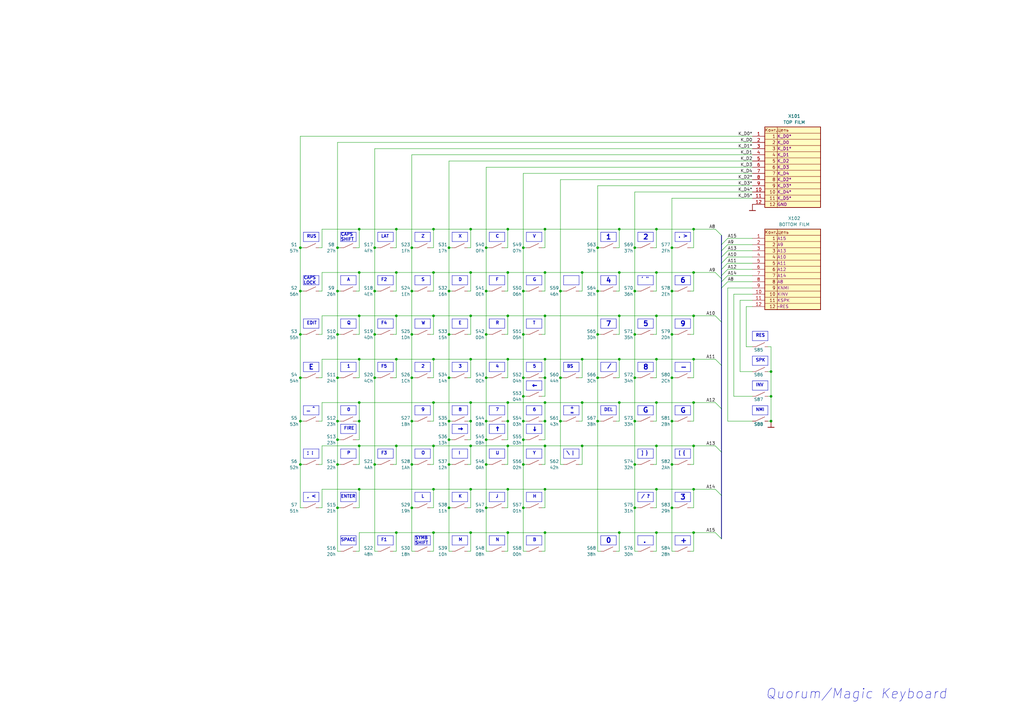
<source format=kicad_sch>
(kicad_sch (version 20230121) (generator eeschema)
  (paper "A3")
  (title_block (title "Quorum/Magic keyboard") (date "19.01.2020") (rev "1.22") (company "Kamil Karimov"))
  (junction (at 138.43 172.72))
  (junction (at 162.56 182.88))
  (junction (at 199.39 137.16))
  (junction (at 168.91 154.94))
  (junction (at 254 111.76))
  (junction (at 238.76 111.76))
  (junction (at 260.35 190.5))
  (junction (at 193.04 111.76))
  (junction (at 269.24 165.1))
  (junction (at 223.52 129.54))
  (junction (at 260.35 101.6))
  (junction (at 238.76 147.32))
  (junction (at 238.76 165.1))
  (junction (at 254 218.44))
  (junction (at 208.28 200.66))
  (junction (at 284.48 93.98))
  (junction (at 147.32 165.1))
  (junction (at 269.24 200.66))
  (junction (at 284.48 200.66))
  (junction (at 260.35 154.94))
  (junction (at 260.35 119.38))
  (junction (at 138.43 101.6))
  (junction (at 284.48 182.88))
  (junction (at 123.19 137.16))
  (junction (at 199.39 101.6))
  (junction (at 184.15 172.72))
  (junction (at 269.24 147.32))
  (junction (at 223.52 93.98))
  (junction (at 168.91 172.72))
  (junction (at 138.43 154.94))
  (junction (at 147.32 182.88))
  (junction (at 208.28 218.44))
  (junction (at 254 147.32))
  (junction (at 193.04 93.98))
  (junction (at 284.48 218.44))
  (junction (at 284.48 147.32))
  (junction (at 223.52 182.88))
  (junction (at 199.39 208.28))
  (junction (at 199.39 172.72))
  (junction (at 275.59 119.38))
  (junction (at 223.52 218.44))
  (junction (at 269.24 218.44))
  (junction (at 138.43 190.5))
  (junction (at 123.19 119.38))
  (junction (at 275.59 137.16))
  (junction (at 123.19 154.94))
  (junction (at 199.39 190.5))
  (junction (at 147.32 93.98))
  (junction (at 275.59 101.6))
  (junction (at 193.04 218.44))
  (junction (at 208.28 165.1))
  (junction (at 214.63 180.34))
  (junction (at 269.24 182.88))
  (junction (at 214.63 101.6))
  (junction (at 162.56 147.32))
  (junction (at 223.52 147.32))
  (junction (at 223.52 154.94))
  (junction (at 138.43 180.34))
  (junction (at 269.24 111.76))
  (junction (at 229.87 119.38))
  (junction (at 316.23 162.56))
  (junction (at 147.32 147.32))
  (junction (at 238.76 182.88))
  (junction (at 184.15 190.5))
  (junction (at 153.67 101.6))
  (junction (at 147.32 200.66))
  (junction (at 208.28 111.76))
  (junction (at 199.39 119.38))
  (junction (at 168.91 208.28))
  (junction (at 199.39 180.34))
  (junction (at 177.8 182.88))
  (junction (at 193.04 147.32))
  (junction (at 316.23 172.72))
  (junction (at 214.63 119.38))
  (junction (at 214.63 154.94))
  (junction (at 245.11 172.72))
  (junction (at 245.11 154.94))
  (junction (at 168.91 190.5))
  (junction (at 184.15 180.34))
  (junction (at 208.28 147.32))
  (junction (at 223.52 165.1))
  (junction (at 260.35 208.28))
  (junction (at 229.87 172.72))
  (junction (at 153.67 154.94))
  (junction (at 208.28 129.54))
  (junction (at 223.52 172.72))
  (junction (at 193.04 172.72))
  (junction (at 184.15 154.94))
  (junction (at 168.91 101.6))
  (junction (at 245.11 137.16))
  (junction (at 153.67 119.38))
  (junction (at 184.15 137.16))
  (junction (at 284.48 129.54))
  (junction (at 147.32 172.72))
  (junction (at 223.52 111.76))
  (junction (at 168.91 119.38))
  (junction (at 147.32 111.76))
  (junction (at 123.19 101.6))
  (junction (at 138.43 137.16))
  (junction (at 199.39 154.94))
  (junction (at 260.35 137.16))
  (junction (at 245.11 101.6))
  (junction (at 260.35 172.72))
  (junction (at 214.63 162.56))
  (junction (at 153.67 137.16))
  (junction (at 162.56 93.98))
  (junction (at 177.8 218.44))
  (junction (at 153.67 190.5))
  (junction (at 208.28 93.98))
  (junction (at 269.24 129.54))
  (junction (at 177.8 147.32))
  (junction (at 193.04 182.88))
  (junction (at 275.59 208.28))
  (junction (at 284.48 111.76))
  (junction (at 229.87 154.94))
  (junction (at 193.04 200.66))
  (junction (at 275.59 172.72))
  (junction (at 177.8 111.76))
  (junction (at 214.63 172.72))
  (junction (at 177.8 129.54))
  (junction (at 275.59 190.5))
  (junction (at 214.63 208.28))
  (junction (at 245.11 119.38))
  (junction (at 254 93.98))
  (junction (at 254 165.1))
  (junction (at 193.04 129.54))
  (junction (at 162.56 129.54))
  (junction (at 316.23 152.4))
  (junction (at 223.52 200.66))
  (junction (at 254 129.54))
  (junction (at 162.56 218.44))
  (junction (at 284.48 165.1))
  (junction (at 208.28 172.72))
  (junction (at 184.15 208.28))
  (junction (at 147.32 129.54))
  (junction (at 193.04 165.1))
  (junction (at 214.63 137.16))
  (junction (at 138.43 208.28))
  (junction (at 177.8 93.98))
  (junction (at 269.24 93.98))
  (junction (at 123.19 190.5))
  (junction (at 184.15 101.6))
  (junction (at 184.15 119.38))
  (junction (at 177.8 165.1))
  (junction (at 208.28 182.88))
  (junction (at 214.63 190.5))
  (junction (at 168.91 137.16))
  (junction (at 162.56 111.76))
  (junction (at 275.59 154.94))
  (junction (at 138.43 119.38))
  (junction (at 123.19 172.72))
  (junction (at 177.8 200.66))
  (bus_entry (at 293.37 129.54) (size 2.54 2.54))
  (bus_entry (at 298.45 102.87) (size -2.54 2.54))
  (bus_entry (at 298.45 105.41) (size -2.54 2.54))
  (bus_entry (at 298.45 110.49) (size -2.54 2.54))
  (bus_entry (at 298.45 97.79) (size -2.54 2.54))
  (bus_entry (at 298.45 115.57) (size -2.54 2.54))
  (bus_entry (at 293.37 182.88) (size 2.54 2.54))
  (bus_entry (at 298.45 100.33) (size -2.54 2.54))
  (bus_entry (at 293.37 147.32) (size 2.54 2.54))
  (bus_entry (at 293.37 218.44) (size 2.54 2.54))
  (bus_entry (at 293.37 200.66) (size 2.54 2.54))
  (bus_entry (at 293.37 165.1) (size 2.54 2.54))
  (bus_entry (at 298.45 107.95) (size -2.54 2.54))
  (bus_entry (at 298.45 113.03) (size -2.54 2.54))
  (bus_entry (at 293.37 111.76) (size 2.54 2.54))
  (bus_entry (at 293.37 93.98) (size 2.54 2.54))
  (wire (pts (xy 238.76 154.94) (xy 238.76 147.32)))
  (wire (pts (xy 275.59 154.94) (xy 275.59 137.16)))
  (bus (pts (xy 295.91 113.03) (xy 295.91 114.3)))
  (wire (pts (xy 199.39 208.28) (xy 199.39 226.06)))
  (polyline (pts (xy 207.01 184.15) (xy 200.66 184.15)))
  (wire (pts (xy 284.48 226.06) (xy 284.48 218.44)))
  (wire (pts (xy 215.9 190.5) (xy 214.63 190.5)))
  (polyline (pts (xy 200.66 170.18) (xy 207.01 170.18)))
  (polyline (pts (xy 130.81 201.93) (xy 124.46 201.93)))
  (polyline (pts (xy 308.61 156.21) (xy 308.61 160.02)))
  (polyline (pts (xy 154.94 187.96) (xy 161.29 187.96)))
  (wire (pts (xy 208.28 165.1) (xy 223.52 165.1)))
  (wire (pts (xy 308.61 60.96) (xy 153.67 60.96)))
  (wire (pts (xy 222.25 162.56) (xy 223.52 162.56)))
  (wire (pts (xy 191.77 208.28) (xy 193.04 208.28)))
  (polyline (pts (xy 276.86 223.52) (xy 283.21 223.52)))
  (polyline (pts (xy 267.97 152.4) (xy 267.97 148.59)))
  (polyline (pts (xy 283.21 219.71) (xy 276.86 219.71)))
  (polyline (pts (xy 146.05 187.96) (xy 146.05 184.15)))
  (polyline (pts (xy 154.94 95.25) (xy 154.94 99.06)))
  (polyline (pts (xy 185.42 223.52) (xy 191.77 223.52)))
  (wire (pts (xy 184.15 190.5) (xy 184.15 180.34)))
  (polyline (pts (xy 191.77 205.74) (xy 191.77 201.93)))
  (wire (pts (xy 275.59 137.16) (xy 275.59 119.38)))
  (polyline (pts (xy 130.81 116.84) (xy 130.81 113.03)))
  (wire (pts (xy 176.53 137.16) (xy 177.8 137.16)))
  (wire (pts (xy 275.59 101.6) (xy 275.59 81.28)))
  (wire (pts (xy 161.29 226.06) (xy 162.56 226.06)))
  (wire (pts (xy 177.8 111.76) (xy 193.04 111.76)))
  (wire (pts (xy 138.43 190.5) (xy 139.7 190.5)))
  (wire (pts (xy 276.86 190.5) (xy 275.59 190.5)))
  (wire (pts (xy 147.32 137.16) (xy 147.32 129.54)))
  (polyline (pts (xy 170.18 148.59) (xy 170.18 152.4)))
  (wire (pts (xy 269.24 172.72) (xy 269.24 165.1)))
  (wire (pts (xy 177.8 147.32) (xy 193.04 147.32)))
  (polyline (pts (xy 185.42 170.18) (xy 191.77 170.18)))
  (wire (pts (xy 215.9 172.72) (xy 214.63 172.72)))
  (polyline (pts (xy 185.42 219.71) (xy 185.42 223.52)))
  (wire (pts (xy 229.87 172.72) (xy 229.87 190.5)))
  (wire (pts (xy 308.61 71.12) (xy 214.63 71.12)))
  (bus (pts (xy 295.91 105.41) (xy 295.91 107.95)))
  (wire (pts (xy 237.49 172.72) (xy 238.76 172.72)))
  (wire (pts (xy 254 129.54) (xy 269.24 129.54)))
  (polyline (pts (xy 185.42 99.06) (xy 191.77 99.06)))
  (wire (pts (xy 123.19 101.6) (xy 123.19 119.38)))
  (bus (pts (xy 295.91 110.49) (xy 295.91 113.03)))
  (wire (pts (xy 124.46 154.94) (xy 123.19 154.94)))
  (polyline (pts (xy 215.9 170.18) (xy 222.25 170.18)))
  (wire (pts (xy 208.28 129.54) (xy 223.52 129.54)))
  (wire (pts (xy 147.32 208.28) (xy 147.32 200.66)))
  (polyline (pts (xy 222.25 184.15) (xy 215.9 184.15)))
  (polyline (pts (xy 267.97 184.15) (xy 261.62 184.15)))
  (wire (pts (xy 283.21 172.72) (xy 284.48 172.72)))
  (polyline (pts (xy 139.7 170.18) (xy 146.05 170.18)))
  (wire (pts (xy 191.77 190.5) (xy 193.04 190.5)))
  (wire (pts (xy 147.32 101.6) (xy 147.32 93.98)))
  (wire (pts (xy 208.28 172.72) (xy 208.28 165.1)))
  (wire (pts (xy 177.8 182.88) (xy 162.56 182.88)))
  (polyline (pts (xy 154.94 116.84) (xy 161.29 116.84)))
  (polyline (pts (xy 276.86 113.03) (xy 276.86 116.84)))
  (wire (pts (xy 185.42 180.34) (xy 184.15 180.34)))
  (wire (pts (xy 316.23 172.72) (xy 316.23 162.56)))
  (wire (pts (xy 246.38 119.38) (xy 245.11 119.38)))
  (wire (pts (xy 199.39 119.38) (xy 199.39 137.16)))
  (wire (pts (xy 124.46 190.5) (xy 123.19 190.5)))
  (wire (pts (xy 254 101.6) (xy 254 93.98)))
  (polyline (pts (xy 200.66 166.37) (xy 200.66 170.18)))
  (polyline (pts (xy 146.05 134.62) (xy 146.05 130.81)))
  (wire (pts (xy 146.05 137.16) (xy 147.32 137.16)))
  (polyline (pts (xy 222.25 152.4) (xy 222.25 148.59)))
  (polyline (pts (xy 191.77 219.71) (xy 185.42 219.71)))
  (wire (pts (xy 269.24 200.66) (xy 284.48 200.66)))
  (wire (pts (xy 316.23 162.56) (xy 316.23 152.4)))
  (polyline (pts (xy 170.18 187.96) (xy 176.53 187.96)))
  (wire (pts (xy 275.59 119.38) (xy 275.59 101.6)))
  (polyline (pts (xy 200.66 177.8) (xy 207.01 177.8)))
  (wire (pts (xy 147.32 165.1) (xy 132.08 165.1)))
  (wire (pts (xy 308.61 55.88) (xy 123.19 55.88)))
  (polyline (pts (xy 314.96 146.05) (xy 308.61 146.05)))
  (wire (pts (xy 193.04 129.54) (xy 208.28 129.54)))
  (wire (pts (xy 154.94 137.16) (xy 153.67 137.16)))
  (wire (pts (xy 184.15 172.72) (xy 184.15 154.94)))
  (wire (pts (xy 223.52 165.1) (xy 238.76 165.1)))
  (wire (pts (xy 177.8 119.38) (xy 177.8 111.76)))
  (wire (pts (xy 177.8 93.98) (xy 193.04 93.98)))
  (polyline (pts (xy 222.25 99.06) (xy 222.25 95.25)))
  (wire (pts (xy 252.73 172.72) (xy 254 172.72)))
  (bus (pts (xy 295.91 96.52) (xy 295.91 100.33)))
  (wire (pts (xy 207.01 154.94) (xy 208.28 154.94)))
  (polyline (pts (xy 283.21 148.59) (xy 276.86 148.59)))
  (wire (pts (xy 170.18 101.6) (xy 168.91 101.6)))
  (wire (pts (xy 223.52 226.06) (xy 223.52 218.44)))
  (wire (pts (xy 177.8 218.44) (xy 193.04 218.44)))
  (wire (pts (xy 177.8 172.72) (xy 177.8 165.1)))
  (wire (pts (xy 308.61 142.24) (xy 306.07 142.24)))
  (polyline (pts (xy 139.7 130.81) (xy 139.7 134.62)))
  (polyline (pts (xy 146.05 219.71) (xy 139.7 219.71)))
  (wire (pts (xy 308.61 172.72) (xy 298.45 172.72)))
  (polyline (pts (xy 176.53 201.93) (xy 170.18 201.93)))
  (wire (pts (xy 223.52 200.66) (xy 269.24 200.66)))
  (wire (pts (xy 275.59 208.28) (xy 275.59 190.5)))
  (wire (pts (xy 260.35 154.94) (xy 260.35 172.72)))
  (polyline (pts (xy 130.81 187.96) (xy 130.81 184.15)))
  (wire (pts (xy 168.91 154.94) (xy 170.18 154.94)))
  (wire (pts (xy 138.43 190.5) (xy 138.43 208.28)))
  (wire (pts (xy 284.48 137.16) (xy 284.48 129.54)))
  (wire (pts (xy 161.29 119.38) (xy 162.56 119.38)))
  (polyline (pts (xy 222.25 148.59) (xy 215.9 148.59)))
  (polyline (pts (xy 215.9 130.81) (xy 215.9 134.62)))
  (polyline (pts (xy 231.14 187.96) (xy 237.49 187.96)))
  (wire (pts (xy 246.38 137.16) (xy 245.11 137.16)))
  (polyline (pts (xy 176.53 116.84) (xy 176.53 113.03)))
  (wire (pts (xy 214.63 180.34) (xy 214.63 190.5)))
  (polyline (pts (xy 161.29 113.03) (xy 154.94 113.03)))
  (wire (pts (xy 231.14 172.72) (xy 229.87 172.72)))
  (polyline (pts (xy 185.42 173.99) (xy 185.42 177.8)))
  (polyline (pts (xy 261.62 184.15) (xy 261.62 187.96)))
  (wire (pts (xy 176.53 172.72) (xy 177.8 172.72)))
  (wire (pts (xy 199.39 180.34) (xy 199.39 190.5)))
  (wire (pts (xy 168.91 208.28) (xy 168.91 226.06)))
  (wire (pts (xy 184.15 137.16) (xy 184.15 119.38)))
  (wire (pts (xy 306.07 125.73) (xy 308.61 125.73)))
  (polyline (pts (xy 215.9 177.8) (xy 222.25 177.8)))
  (polyline (pts (xy 207.01 187.96) (xy 207.01 184.15)))
  (polyline (pts (xy 139.7 113.03) (xy 139.7 116.84)))
  (polyline (pts (xy 170.18 170.18) (xy 176.53 170.18)))
  (wire (pts (xy 176.53 119.38) (xy 177.8 119.38)))
  (polyline (pts (xy 161.29 219.71) (xy 154.94 219.71)))
  (wire (pts (xy 193.04 182.88) (xy 208.28 182.88)))
  (polyline (pts (xy 261.62 219.71) (xy 261.62 223.52)))
  (wire (pts (xy 261.62 119.38) (xy 260.35 119.38)))
  (polyline (pts (xy 191.77 187.96) (xy 191.77 184.15)))
  (wire (pts (xy 208.28 147.32) (xy 223.52 147.32)))
  (wire (pts (xy 193.04 93.98) (xy 208.28 93.98)))
  (wire (pts (xy 223.52 111.76) (xy 238.76 111.76)))
  (polyline (pts (xy 252.73 95.25) (xy 246.38 95.25)))
  (wire (pts (xy 215.9 154.94) (xy 214.63 154.94)))
  (wire (pts (xy 223.52 172.72) (xy 223.52 165.1)))
  (bus (pts (xy 295.91 167.64) (xy 295.91 185.42)))
  (wire (pts (xy 300.99 162.56) (xy 300.99 120.65)))
  (wire (pts (xy 191.77 154.94) (xy 193.04 154.94)))
  (polyline (pts (xy 246.38 166.37) (xy 246.38 170.18)))
  (wire (pts (xy 267.97 190.5) (xy 269.24 190.5)))
  (polyline (pts (xy 222.25 173.99) (xy 215.9 173.99)))
  (polyline (pts (xy 200.66 152.4) (xy 207.01 152.4)))
  (wire (pts (xy 269.24 101.6) (xy 269.24 93.98)))
  (polyline (pts (xy 139.7 187.96) (xy 146.05 187.96)))
  (polyline (pts (xy 161.29 130.81) (xy 154.94 130.81)))
  (wire (pts (xy 146.05 101.6) (xy 147.32 101.6)))
  (polyline (pts (xy 252.73 116.84) (xy 252.73 113.03)))
  (wire (pts (xy 283.21 208.28) (xy 284.48 208.28)))
  (wire (pts (xy 246.38 101.6) (xy 245.11 101.6)))
  (wire (pts (xy 199.39 172.72) (xy 199.39 180.34)))
  (wire (pts (xy 193.04 200.66) (xy 208.28 200.66)))
  (wire (pts (xy 208.28 226.06) (xy 208.28 218.44)))
  (polyline (pts (xy 231.14 166.37) (xy 231.14 170.18)))
  (wire (pts (xy 161.29 190.5) (xy 162.56 190.5)))
  (polyline (pts (xy 261.62 148.59) (xy 261.62 152.4)))
  (polyline (pts (xy 283.21 184.15) (xy 276.86 184.15)))
  (wire (pts (xy 184.15 66.04) (xy 184.15 101.6)))
  (wire (pts (xy 261.62 137.16) (xy 260.35 137.16)))
  (wire (pts (xy 223.52 129.54) (xy 254 129.54)))
  (wire (pts (xy 298.45 105.41) (xy 308.61 105.41)))
  (wire (pts (xy 267.97 208.28) (xy 269.24 208.28)))
  (polyline (pts (xy 146.05 184.15) (xy 139.7 184.15)))
  (wire (pts (xy 308.61 66.04) (xy 184.15 66.04)))
  (wire (pts (xy 284.48 93.98) (xy 293.37 93.98)))
  (wire (pts (xy 284.48 119.38) (xy 284.48 111.76)))
  (bus (pts (xy 295.91 100.33) (xy 295.91 102.87)))
  (polyline (pts (xy 130.81 95.25) (xy 124.46 95.25)))
  (polyline (pts (xy 176.53 134.62) (xy 176.53 130.81)))
  (polyline (pts (xy 215.9 166.37) (xy 215.9 170.18)))
  (wire (pts (xy 283.21 190.5) (xy 284.48 190.5)))
  (wire (pts (xy 162.56 218.44) (xy 147.32 218.44)))
  (polyline (pts (xy 215.9 173.99) (xy 215.9 177.8)))
  (polyline (pts (xy 314.96 170.18) (xy 314.96 166.37)))
  (wire (pts (xy 284.48 218.44) (xy 293.37 218.44)))
  (wire (pts (xy 252.73 101.6) (xy 254 101.6)))
  (wire (pts (xy 138.43 180.34) (xy 139.7 180.34)))
  (wire (pts (xy 222.25 226.06) (xy 223.52 226.06)))
  (polyline (pts (xy 267.97 113.03) (xy 261.62 113.03)))
  (wire (pts (xy 214.63 137.16) (xy 214.63 154.94)))
  (wire (pts (xy 162.56 119.38) (xy 162.56 111.76)))
  (polyline (pts (xy 261.62 130.81) (xy 261.62 134.62)))
  (polyline (pts (xy 170.18 166.37) (xy 170.18 170.18)))
  (polyline (pts (xy 146.05 152.4) (xy 146.05 148.59)))
  (wire (pts (xy 132.08 129.54) (xy 147.32 129.54)))
  (polyline (pts (xy 276.86 219.71) (xy 276.86 223.52)))
  (polyline (pts (xy 215.9 184.15) (xy 215.9 187.96)))
  (polyline (pts (xy 200.66 173.99) (xy 200.66 177.8)))
  (wire (pts (xy 222.25 190.5) (xy 223.52 190.5)))
  (wire (pts (xy 162.56 154.94) (xy 162.56 147.32)))
  (wire (pts (xy 199.39 154.94) (xy 199.39 172.72)))
  (wire (pts (xy 246.38 226.06) (xy 245.11 226.06)))
  (wire (pts (xy 191.77 180.34) (xy 193.04 180.34)))
  (wire (pts (xy 215.9 208.28) (xy 214.63 208.28)))
  (wire (pts (xy 132.08 111.76) (xy 147.32 111.76)))
  (polyline (pts (xy 124.46 152.4) (xy 130.81 152.4)))
  (wire (pts (xy 146.05 172.72) (xy 147.32 172.72)))
  (polyline (pts (xy 176.53 166.37) (xy 170.18 166.37)))
  (polyline (pts (xy 207.01 113.03) (xy 200.66 113.03)))
  (polyline (pts (xy 185.42 166.37) (xy 185.42 170.18)))
  (wire (pts (xy 284.48 165.1) (xy 293.37 165.1)))
  (wire (pts (xy 260.35 208.28) (xy 260.35 226.06)))
  (polyline (pts (xy 237.49 113.03) (xy 231.14 113.03)))
  (polyline (pts (xy 261.62 134.62) (xy 267.97 134.62)))
  (wire (pts (xy 238.76 182.88) (xy 269.24 182.88)))
  (polyline (pts (xy 130.81 113.03) (xy 124.46 113.03)))
  (wire (pts (xy 193.04 111.76) (xy 208.28 111.76)))
  (polyline (pts (xy 246.38 223.52) (xy 252.73 223.52)))
  (wire (pts (xy 246.38 154.94) (xy 245.11 154.94)))
  (wire (pts (xy 314.96 172.72) (xy 316.23 172.72)))
  (polyline (pts (xy 207.01 223.52) (xy 207.01 219.71)))
  (wire (pts (xy 229.87 154.94) (xy 229.87 172.72)))
  (wire (pts (xy 132.08 190.5) (xy 132.08 182.88)))
  (polyline (pts (xy 161.29 134.62) (xy 161.29 130.81)))
  (polyline (pts (xy 267.97 187.96) (xy 267.97 184.15)))
  (wire (pts (xy 153.67 154.94) (xy 153.67 137.16)))
  (polyline (pts (xy 139.7 184.15) (xy 139.7 187.96)))
  (wire (pts (xy 269.24 137.16) (xy 269.24 129.54)))
  (polyline (pts (xy 215.9 201.93) (xy 215.9 205.74)))
  (wire (pts (xy 222.25 172.72) (xy 223.52 172.72)))
  (polyline (pts (xy 146.05 99.06) (xy 146.05 95.25)))
  (polyline (pts (xy 222.25 201.93) (xy 215.9 201.93)))
  (polyline (pts (xy 246.38 152.4) (xy 252.73 152.4)))
  (wire (pts (xy 138.43 172.72) (xy 139.7 172.72)))
  (wire (pts (xy 193.04 101.6) (xy 193.04 93.98)))
  (polyline (pts (xy 261.62 99.06) (xy 267.97 99.06)))
  (polyline (pts (xy 246.38 134.62) (xy 252.73 134.62)))
  (polyline (pts (xy 185.42 201.93) (xy 185.42 205.74)))
  (polyline (pts (xy 146.05 130.81) (xy 139.7 130.81)))
  (wire (pts (xy 191.77 226.06) (xy 193.04 226.06)))
  (wire (pts (xy 237.49 190.5) (xy 238.76 190.5)))
  (wire (pts (xy 222.25 101.6) (xy 223.52 101.6)))
  (wire (pts (xy 199.39 101.6) (xy 199.39 119.38)))
  (wire (pts (xy 208.28 93.98) (xy 223.52 93.98)))
  (polyline (pts (xy 130.81 166.37) (xy 124.46 166.37)))
  (wire (pts (xy 260.35 101.6) (xy 260.35 78.74)))
  (polyline (pts (xy 191.77 223.52) (xy 191.77 219.71)))
  (polyline (pts (xy 124.46 113.03) (xy 124.46 116.84)))
  (polyline (pts (xy 130.81 184.15) (xy 124.46 184.15)))
  (wire (pts (xy 185.42 101.6) (xy 184.15 101.6)))
  (wire (pts (xy 138.43 119.38) (xy 139.7 119.38)))
  (wire (pts (xy 208.28 101.6) (xy 208.28 93.98)))
  (polyline (pts (xy 314.96 149.86) (xy 314.96 146.05)))
  (polyline (pts (xy 261.62 113.03) (xy 261.62 116.84)))
  (polyline (pts (xy 130.81 152.4) (xy 130.81 148.59)))
  (polyline (pts (xy 283.21 187.96) (xy 283.21 184.15)))
  (wire (pts (xy 276.86 154.94) (xy 275.59 154.94)))
  (wire (pts (xy 168.91 119.38) (xy 170.18 119.38)))
  (wire (pts (xy 208.28 137.16) (xy 208.28 129.54)))
  (wire (pts (xy 223.52 208.28) (xy 223.52 200.66)))
  (polyline (pts (xy 314.96 139.7) (xy 314.96 135.89)))
  (polyline (pts (xy 139.7 219.71) (xy 139.7 223.52)))
  (wire (pts (xy 284.48 200.66) (xy 293.37 200.66)))
  (wire (pts (xy 215.9 101.6) (xy 214.63 101.6)))
  (wire (pts (xy 284.48 147.32) (xy 293.37 147.32)))
  (wire (pts (xy 245.11 76.2) (xy 308.61 76.2)))
  (wire (pts (xy 138.43 180.34) (xy 138.43 190.5)))
  (wire (pts (xy 146.05 190.5) (xy 147.32 190.5)))
  (polyline (pts (xy 276.86 95.25) (xy 276.86 99.06)))
  (polyline (pts (xy 170.18 95.25) (xy 170.18 99.06)))
  (wire (pts (xy 269.24 182.88) (xy 284.48 182.88)))
  (wire (pts (xy 138.43 208.28) (xy 139.7 208.28)))
  (polyline (pts (xy 215.9 223.52) (xy 222.25 223.52)))
  (wire (pts (xy 254 226.06) (xy 254 218.44)))
  (wire (pts (xy 176.53 226.06) (xy 177.8 226.06)))
  (wire (pts (xy 124.46 101.6) (xy 123.19 101.6)))
  (wire (pts (xy 168.91 154.94) (xy 168.91 172.72)))
  (polyline (pts (xy 314.96 166.37) (xy 308.61 166.37)))
  (polyline (pts (xy 237.49 170.18) (xy 237.49 166.37)))
  (wire (pts (xy 184.15 208.28) (xy 184.15 190.5)))
  (wire (pts (xy 176.53 190.5) (xy 177.8 190.5)))
  (polyline (pts (xy 170.18 116.84) (xy 176.53 116.84)))
  (polyline (pts (xy 276.86 184.15) (xy 276.86 187.96)))
  (wire (pts (xy 123.19 190.5) (xy 123.19 208.28)))
  (polyline (pts (xy 222.25 160.02) (xy 222.25 156.21)))
  (wire (pts (xy 146.05 119.38) (xy 147.32 119.38)))
  (polyline (pts (xy 185.42 205.74) (xy 191.77 205.74)))
  (polyline (pts (xy 176.53 130.81) (xy 170.18 130.81)))
  (wire (pts (xy 147.32 200.66) (xy 132.08 200.66)))
  (polyline (pts (xy 276.86 99.06) (xy 283.21 99.06)))
  (wire (pts (xy 214.63 172.72) (xy 214.63 180.34)))
  (polyline (pts (xy 237.49 148.59) (xy 231.14 148.59)))
  (polyline (pts (xy 124.46 170.18) (xy 130.81 170.18)))
  (wire (pts (xy 191.77 119.38) (xy 193.04 119.38)))
  (polyline (pts (xy 124.46 187.96) (xy 130.81 187.96)))
  (polyline (pts (xy 252.73 219.71) (xy 246.38 219.71)))
  (polyline (pts (xy 207.01 148.59) (xy 200.66 148.59)))
  (wire (pts (xy 146.05 180.34) (xy 147.32 180.34)))
  (polyline (pts (xy 215.9 148.59) (xy 215.9 152.4)))
  (polyline (pts (xy 139.7 166.37) (xy 139.7 170.18)))
  (wire (pts (xy 298.45 102.87) (xy 308.61 102.87)))
  (polyline (pts (xy 191.77 184.15) (xy 185.42 184.15)))
  (wire (pts (xy 168.91 101.6) (xy 168.91 119.38)))
  (polyline (pts (xy 176.53 184.15) (xy 170.18 184.15)))
  (polyline (pts (xy 215.9 134.62) (xy 222.25 134.62)))
  (wire (pts (xy 275.59 190.5) (xy 275.59 172.72)))
  (polyline (pts (xy 207.01 177.8) (xy 207.01 173.99)))
  (polyline (pts (xy 231.14 170.18) (xy 237.49 170.18)))
  (wire (pts (xy 223.52 218.44) (xy 254 218.44)))
  (polyline (pts (xy 139.7 201.93) (xy 139.7 205.74)))
  (polyline (pts (xy 308.61 146.05) (xy 308.61 149.86)))
  (wire (pts (xy 254 147.32) (xy 269.24 147.32)))
  (polyline (pts (xy 191.77 95.25) (xy 185.42 95.25)))
  (polyline (pts (xy 267.97 148.59) (xy 261.62 148.59)))
  (wire (pts (xy 238.76 111.76) (xy 254 111.76)))
  (wire (pts (xy 215.9 180.34) (xy 214.63 180.34)))
  (polyline (pts (xy 207.01 219.71) (xy 200.66 219.71)))
  (wire (pts (xy 245.11 172.72) (xy 245.11 154.94)))
  (polyline (pts (xy 124.46 201.93) (xy 124.46 205.74)))
  (polyline (pts (xy 252.73 166.37) (xy 246.38 166.37)))
  (polyline (pts (xy 207.01 95.25) (xy 200.66 95.25)))
  (polyline (pts (xy 161.29 152.4) (xy 161.29 148.59)))
  (wire (pts (xy 254 111.76) (xy 269.24 111.76)))
  (wire (pts (xy 185.42 226.06) (xy 184.15 226.06)))
  (wire (pts (xy 193.04 226.06) (xy 193.04 218.44)))
  (wire (pts (xy 261.62 154.94) (xy 260.35 154.94)))
  (polyline (pts (xy 176.53 205.74) (xy 176.53 201.93)))
  (polyline (pts (xy 222.25 113.03) (xy 215.9 113.03)))
  (wire (pts (xy 184.15 180.34) (xy 184.15 172.72)))
  (wire (pts (xy 177.8 226.06) (xy 177.8 218.44)))
  (wire (pts (xy 147.32 172.72) (xy 147.32 165.1)))
  (wire (pts (xy 200.66 172.72) (xy 199.39 172.72)))
  (polyline (pts (xy 314.96 156.21) (xy 308.61 156.21)))
  (polyline (pts (xy 215.9 113.03) (xy 215.9 116.84)))
  (wire (pts (xy 260.35 119.38) (xy 260.35 137.16)))
  (wire (pts (xy 260.35 172.72) (xy 260.35 190.5)))
  (polyline (pts (xy 222.25 177.8) (xy 222.25 173.99)))
  (wire (pts (xy 154.94 154.94) (xy 153.67 154.94)))
  (wire (pts (xy 261.62 190.5) (xy 260.35 190.5)))
  (polyline (pts (xy 215.9 95.25) (xy 215.9 99.06)))
  (polyline (pts (xy 283.21 166.37) (xy 276.86 166.37)))
  (polyline (pts (xy 246.38 113.03) (xy 246.38 116.84)))
  (wire (pts (xy 184.15 154.94) (xy 184.15 137.16)))
  (wire (pts (xy 132.08 137.16) (xy 132.08 129.54)))
  (wire (pts (xy 153.67 190.5) (xy 153.67 154.94)))
  (polyline (pts (xy 222.25 223.52) (xy 222.25 219.71)))
  (wire (pts (xy 298.45 100.33) (xy 308.61 100.33)))
  (wire (pts (xy 303.53 123.19) (xy 303.53 152.4)))
  (wire (pts (xy 208.28 200.66) (xy 223.52 200.66)))
  (wire (pts (xy 130.81 172.72) (xy 132.08 172.72)))
  (polyline (pts (xy 124.46 99.06) (xy 130.81 99.06)))
  (wire (pts (xy 223.52 119.38) (xy 223.52 111.76)))
  (polyline (pts (xy 237.49 184.15) (xy 231.14 184.15)))
  (wire (pts (xy 123.19 154.94) (xy 123.19 172.72)))
  (bus (pts (xy 295.91 185.42) (xy 295.91 203.2)))
  (wire (pts (xy 139.7 101.6) (xy 138.43 101.6)))
  (polyline (pts (xy 207.01 130.81) (xy 200.66 130.81)))
  (polyline (pts (xy 154.94 130.81) (xy 154.94 134.62)))
  (wire (pts (xy 208.28 119.38) (xy 208.28 111.76)))
  (wire (pts (xy 283.21 119.38) (xy 284.48 119.38)))
  (polyline (pts (xy 222.25 166.37) (xy 215.9 166.37)))
  (wire (pts (xy 298.45 110.49) (xy 308.61 110.49)))
  (wire (pts (xy 284.48 154.94) (xy 284.48 147.32)))
  (wire (pts (xy 161.29 137.16) (xy 162.56 137.16)))
  (polyline (pts (xy 267.97 116.84) (xy 267.97 113.03)))
  (wire (pts (xy 193.04 137.16) (xy 193.04 129.54)))
  (wire (pts (xy 146.05 154.94) (xy 147.32 154.94)))
  (polyline (pts (xy 146.05 95.25) (xy 139.7 95.25)))
  (polyline (pts (xy 231.14 152.4) (xy 237.49 152.4)))
  (polyline (pts (xy 185.42 187.96) (xy 191.77 187.96)))
  (wire (pts (xy 260.35 78.74) (xy 308.61 78.74)))
  (wire (pts (xy 177.8 208.28) (xy 177.8 200.66)))
  (wire (pts (xy 254 154.94) (xy 254 147.32)))
  (polyline (pts (xy 191.77 116.84) (xy 191.77 113.03)))
  (wire (pts (xy 229.87 119.38) (xy 229.87 73.66)))
  (polyline (pts (xy 215.9 152.4) (xy 222.25 152.4)))
  (wire (pts (xy 138.43 154.94) (xy 138.43 172.72)))
  (wire (pts (xy 284.48 101.6) (xy 284.48 93.98)))
  (polyline (pts (xy 170.18 113.03) (xy 170.18 116.84)))
  (wire (pts (xy 132.08 208.28) (xy 132.08 200.66)))
  (polyline (pts (xy 161.29 116.84) (xy 161.29 113.03)))
  (wire (pts (xy 284.48 208.28) (xy 284.48 200.66)))
  (polyline (pts (xy 200.66 223.52) (xy 207.01 223.52)))
  (wire (pts (xy 214.63 71.12) (xy 214.63 101.6)))
  (wire (pts (xy 215.9 162.56) (xy 214.63 162.56)))
  (wire (pts (xy 138.43 58.42) (xy 138.43 101.6)))
  (polyline (pts (xy 124.46 95.25) (xy 124.46 99.06)))
  (wire (pts (xy 161.29 154.94) (xy 162.56 154.94)))
  (wire (pts (xy 275.59 81.28) (xy 308.61 81.28)))
  (polyline (pts (xy 276.86 166.37) (xy 276.86 170.18)))
  (wire (pts (xy 123.19 172.72) (xy 123.19 190.5)))
  (polyline (pts (xy 267.97 201.93) (xy 261.62 201.93)))
  (wire (pts (xy 269.24 147.32) (xy 284.48 147.32)))
  (polyline (pts (xy 170.18 205.74) (xy 176.53 205.74)))
  (wire (pts (xy 269.24 154.94) (xy 269.24 147.32)))
  (wire (pts (xy 147.32 180.34) (xy 147.32 172.72)))
  (polyline (pts (xy 215.9 116.84) (xy 222.25 116.84)))
  (polyline (pts (xy 215.9 219.71) (xy 215.9 223.52)))
  (wire (pts (xy 162.56 190.5) (xy 162.56 182.88)))
  (wire (pts (xy 132.08 93.98) (xy 147.32 93.98)))
  (wire (pts (xy 231.14 119.38) (xy 229.87 119.38)))
  (wire (pts (xy 314.96 162.56) (xy 316.23 162.56)))
  (polyline (pts (xy 200.66 95.25) (xy 200.66 99.06)))
  (polyline (pts (xy 207.01 170.18) (xy 207.01 166.37)))
  (wire (pts (xy 284.48 172.72) (xy 284.48 165.1)))
  (polyline (pts (xy 276.86 116.84) (xy 283.21 116.84)))
  (polyline (pts (xy 200.66 116.84) (xy 207.01 116.84)))
  (wire (pts (xy 267.97 137.16) (xy 269.24 137.16)))
  (polyline (pts (xy 252.73 134.62) (xy 252.73 130.81)))
  (wire (pts (xy 162.56 129.54) (xy 177.8 129.54)))
  (polyline (pts (xy 252.73 99.06) (xy 252.73 95.25)))
  (wire (pts (xy 208.28 154.94) (xy 208.28 147.32)))
  (polyline (pts (xy 185.42 177.8) (xy 191.77 177.8)))
  (wire (pts (xy 177.8 129.54) (xy 193.04 129.54)))
  (polyline (pts (xy 308.61 170.18) (xy 314.96 170.18)))
  (wire (pts (xy 168.91 190.5) (xy 170.18 190.5)))
  (polyline (pts (xy 130.81 130.81) (xy 124.46 130.81)))
  (polyline (pts (xy 222.25 134.62) (xy 222.25 130.81)))
  (polyline (pts (xy 252.73 148.59) (xy 246.38 148.59)))
  (bus (pts (xy 295.91 107.95) (xy 295.91 110.49)))
  (polyline (pts (xy 222.25 219.71) (xy 215.9 219.71)))
  (wire (pts (xy 130.81 208.28) (xy 132.08 208.28)))
  (polyline (pts (xy 207.01 166.37) (xy 200.66 166.37)))
  (wire (pts (xy 214.63 190.5) (xy 214.63 208.28)))
  (wire (pts (xy 214.63 119.38) (xy 214.63 137.16)))
  (wire (pts (xy 229.87 73.66) (xy 308.61 73.66)))
  (wire (pts (xy 223.52 190.5) (xy 223.52 182.88)))
  (wire (pts (xy 254 218.44) (xy 269.24 218.44)))
  (polyline (pts (xy 200.66 148.59) (xy 200.66 152.4)))
  (polyline (pts (xy 130.81 99.06) (xy 130.81 95.25)))
  (wire (pts (xy 185.42 190.5) (xy 184.15 190.5)))
  (wire (pts (xy 254 137.16) (xy 254 129.54)))
  (polyline (pts (xy 154.94 152.4) (xy 161.29 152.4)))
  (wire (pts (xy 147.32 182.88) (xy 132.08 182.88)))
  (wire (pts (xy 284.48 129.54) (xy 293.37 129.54)))
  (wire (pts (xy 177.8 165.1) (xy 193.04 165.1)))
  (polyline (pts (xy 276.86 170.18) (xy 283.21 170.18)))
  (wire (pts (xy 298.45 113.03) (xy 308.61 113.03)))
  (polyline (pts (xy 237.49 116.84) (xy 237.49 113.03)))
  (polyline (pts (xy 267.97 223.52) (xy 267.97 219.71)))
  (wire (pts (xy 185.42 137.16) (xy 184.15 137.16)))
  (polyline (pts (xy 139.7 177.8) (xy 146.05 177.8)))
  (polyline (pts (xy 276.86 130.81) (xy 276.86 134.62)))
  (polyline (pts (xy 139.7 173.99) (xy 139.7 177.8)))
  (wire (pts (xy 231.14 190.5) (xy 229.87 190.5)))
  (wire (pts (xy 269.24 218.44) (xy 284.48 218.44)))
  (wire (pts (xy 168.91 226.06) (xy 170.18 226.06)))
  (wire (pts (xy 132.08 154.94) (xy 132.08 147.32)))
  (polyline (pts (xy 215.9 187.96) (xy 222.25 187.96)))
  (wire (pts (xy 275.59 172.72) (xy 275.59 154.94)))
  (wire (pts (xy 153.67 226.06) (xy 153.67 190.5)))
  (wire (pts (xy 269.24 165.1) (xy 284.48 165.1)))
  (wire (pts (xy 283.21 226.06) (xy 284.48 226.06)))
  (wire (pts (xy 284.48 182.88) (xy 293.37 182.88)))
  (wire (pts (xy 246.38 172.72) (xy 245.11 172.72)))
  (polyline (pts (xy 222.25 205.74) (xy 222.25 201.93)))
  (wire (pts (xy 200.66 180.34) (xy 199.39 180.34)))
  (polyline (pts (xy 185.42 116.84) (xy 191.77 116.84)))
  (wire (pts (xy 222.25 137.16) (xy 223.52 137.16)))
  (wire (pts (xy 200.66 119.38) (xy 199.39 119.38)))
  (wire (pts (xy 254 93.98) (xy 269.24 93.98)))
  (polyline (pts (xy 267.97 130.81) (xy 261.62 130.81)))
  (wire (pts (xy 124.46 208.28) (xy 123.19 208.28)))
  (wire (pts (xy 207.01 180.34) (xy 208.28 180.34)))
  (polyline (pts (xy 161.29 148.59) (xy 154.94 148.59)))
  (polyline (pts (xy 261.62 205.74) (xy 267.97 205.74)))
  (wire (pts (xy 229.87 119.38) (xy 229.87 154.94)))
  (wire (pts (xy 269.24 129.54) (xy 284.48 129.54)))
  (polyline (pts (xy 161.29 187.96) (xy 161.29 184.15)))
  (wire (pts (xy 303.53 152.4) (xy 308.61 152.4)))
  (wire (pts (xy 269.24 226.06) (xy 269.24 218.44)))
  (polyline (pts (xy 283.21 95.25) (xy 276.86 95.25)))
  (polyline (pts (xy 139.7 205.74) (xy 146.05 205.74)))
  (wire (pts (xy 147.32 226.06) (xy 147.32 218.44)))
  (wire (pts (xy 162.56 101.6) (xy 162.56 93.98)))
  (wire (pts (xy 123.19 55.88) (xy 123.19 101.6)))
  (polyline (pts (xy 267.97 134.62) (xy 267.97 130.81)))
  (polyline (pts (xy 314.96 135.89) (xy 308.61 135.89)))
  (wire (pts (xy 283.21 137.16) (xy 284.48 137.16)))
  (polyline (pts (xy 283.21 99.06) (xy 283.21 95.25)))
  (polyline (pts (xy 207.01 152.4) (xy 207.01 148.59)))
  (polyline (pts (xy 222.25 170.18) (xy 222.25 166.37)))
  (wire (pts (xy 314.96 142.24) (xy 316.23 142.24)))
  (polyline (pts (xy 222.25 116.84) (xy 222.25 113.03)))
  (wire (pts (xy 162.56 137.16) (xy 162.56 129.54)))
  (polyline (pts (xy 185.42 152.4) (xy 191.77 152.4)))
  (wire (pts (xy 308.61 58.42) (xy 138.43 58.42)))
  (polyline (pts (xy 176.53 148.59) (xy 170.18 148.59)))
  (polyline (pts (xy 139.7 99.06) (xy 146.05 99.06)))
  (wire (pts (xy 138.43 172.72) (xy 138.43 180.34)))
  (polyline (pts (xy 308.61 149.86) (xy 314.96 149.86)))
  (polyline (pts (xy 215.9 156.21) (xy 215.9 160.02)))
  (wire (pts (xy 199.39 190.5) (xy 199.39 208.28)))
  (polyline (pts (xy 161.29 223.52) (xy 161.29 219.71)))
  (polyline (pts (xy 154.94 113.03) (xy 154.94 116.84)))
  (wire (pts (xy 238.76 165.1) (xy 254 165.1)))
  (polyline (pts (xy 170.18 219.71) (xy 170.18 223.52)))
  (wire (pts (xy 269.24 93.98) (xy 284.48 93.98)))
  (polyline (pts (xy 191.77 201.93) (xy 185.42 201.93)))
  (polyline (pts (xy 176.53 99.06) (xy 176.53 95.25)))
  (wire (pts (xy 223.52 154.94) (xy 223.52 147.32)))
  (polyline (pts (xy 252.73 113.03) (xy 246.38 113.03)))
  (wire (pts (xy 252.73 137.16) (xy 254 137.16)))
  (wire (pts (xy 245.11 226.06) (xy 245.11 172.72)))
  (wire (pts (xy 138.43 101.6) (xy 138.43 119.38)))
  (polyline (pts (xy 283.21 223.52) (xy 283.21 219.71)))
  (wire (pts (xy 130.81 190.5) (xy 132.08 190.5)))
  (wire (pts (xy 138.43 119.38) (xy 138.43 137.16)))
  (wire (pts (xy 177.8 137.16) (xy 177.8 129.54)))
  (polyline (pts (xy 237.49 187.96) (xy 237.49 184.15)))
  (wire (pts (xy 207.01 172.72) (xy 208.28 172.72)))
  (wire (pts (xy 153.67 60.96) (xy 153.67 101.6)))
  (wire (pts (xy 215.9 119.38) (xy 214.63 119.38)))
  (wire (pts (xy 252.73 119.38) (xy 254 119.38)))
  (wire (pts (xy 267.97 226.06) (xy 269.24 226.06)))
  (wire (pts (xy 130.81 101.6) (xy 132.08 101.6)))
  (wire (pts (xy 199.39 68.58) (xy 199.39 101.6)))
  (polyline (pts (xy 276.86 187.96) (xy 283.21 187.96)))
  (polyline (pts (xy 308.61 160.02) (xy 314.96 160.02)))
  (polyline (pts (xy 124.46 205.74) (xy 130.81 205.74)))
  (polyline (pts (xy 170.18 152.4) (xy 176.53 152.4)))
  (polyline (pts (xy 283.21 201.93) (xy 276.86 201.93)))
  (polyline (pts (xy 252.73 223.52) (xy 252.73 219.71)))
  (wire (pts (xy 223.52 182.88) (xy 238.76 182.88)))
  (wire (pts (xy 298.45 118.11) (xy 308.61 118.11)))
  (polyline (pts (xy 130.81 134.62) (xy 130.81 130.81)))
  (polyline (pts (xy 215.9 99.06) (xy 222.25 99.06)))
  (polyline (pts (xy 139.7 116.84) (xy 146.05 116.84)))
  (polyline (pts (xy 267.97 219.71) (xy 261.62 219.71)))
  (polyline (pts (xy 146.05 223.52) (xy 146.05 219.71)))
  (polyline (pts (xy 222.25 130.81) (xy 215.9 130.81)))
  (wire (pts (xy 177.8 182.88) (xy 193.04 182.88)))
  (wire (pts (xy 283.21 154.94) (xy 284.48 154.94)))
  (wire (pts (xy 177.8 190.5) (xy 177.8 182.88)))
  (wire (pts (xy 184.15 226.06) (xy 184.15 208.28)))
  (polyline (pts (xy 191.77 166.37) (xy 185.42 166.37)))
  (polyline (pts (xy 261.62 201.93) (xy 261.62 205.74)))
  (polyline (pts (xy 231.14 184.15) (xy 231.14 187.96)))
  (polyline (pts (xy 124.46 130.81) (xy 124.46 134.62)))
  (polyline (pts (xy 154.94 134.62) (xy 161.29 134.62)))
  (wire (pts (xy 193.04 180.34) (xy 193.04 172.72)))
  (wire (pts (xy 154.94 119.38) (xy 153.67 119.38)))
  (wire (pts (xy 200.66 101.6) (xy 199.39 101.6)))
  (polyline (pts (xy 276.86 134.62) (xy 283.21 134.62)))
  (wire (pts (xy 260.35 190.5) (xy 260.35 208.28)))
  (polyline (pts (xy 207.01 99.06) (xy 207.01 95.25)))
  (wire (pts (xy 261.62 226.06) (xy 260.35 226.06)))
  (wire (pts (xy 298.45 107.95) (xy 308.61 107.95)))
  (polyline (pts (xy 139.7 95.25) (xy 139.7 99.06)))
  (wire (pts (xy 162.56 226.06) (xy 162.56 218.44)))
  (wire (pts (xy 147.32 154.94) (xy 147.32 147.32)))
  (polyline (pts (xy 191.77 99.06) (xy 191.77 95.25)))
  (wire (pts (xy 208.28 111.76) (xy 223.52 111.76)))
  (wire (pts (xy 176.53 208.28) (xy 177.8 208.28)))
  (wire (pts (xy 208.28 190.5) (xy 208.28 182.88)))
  (wire (pts (xy 308.61 68.58) (xy 199.39 68.58)))
  (polyline (pts (xy 185.42 130.81) (xy 185.42 134.62)))
  (wire (pts (xy 200.66 137.16) (xy 199.39 137.16)))
  (wire (pts (xy 168.91 137.16) (xy 170.18 137.16)))
  (polyline (pts (xy 231.14 113.03) (xy 231.14 116.84)))
  (polyline (pts (xy 231.14 116.84) (xy 237.49 116.84)))
  (bus (pts (xy 295.91 203.2) (xy 295.91 220.98)))
  (wire (pts (xy 245.11 137.16) (xy 245.11 119.38)))
  (polyline (pts (xy 207.01 134.62) (xy 207.01 130.81)))
  (bus (pts (xy 295.91 132.08) (xy 295.91 149.86)))
  (polyline (pts (xy 200.66 201.93) (xy 200.66 205.74)))
  (wire (pts (xy 168.91 137.16) (xy 168.91 154.94)))
  (polyline (pts (xy 124.46 148.59) (xy 124.46 152.4)))
  (wire (pts (xy 177.8 147.32) (xy 162.56 147.32)))
  (wire (pts (xy 267.97 119.38) (xy 269.24 119.38)))
  (polyline (pts (xy 276.86 205.74) (xy 283.21 205.74)))
  (polyline (pts (xy 267.97 166.37) (xy 261.62 166.37)))
  (polyline (pts (xy 176.53 219.71) (xy 170.18 219.71)))
  (wire (pts (xy 222.25 208.28) (xy 223.52 208.28)))
  (polyline (pts (xy 185.42 134.62) (xy 191.77 134.62)))
  (wire (pts (xy 208.28 208.28) (xy 208.28 200.66)))
  (polyline (pts (xy 139.7 148.59) (xy 139.7 152.4)))
  (wire (pts (xy 275.59 226.06) (xy 275.59 208.28)))
  (polyline (pts (xy 124.46 184.15) (xy 124.46 187.96)))
  (wire (pts (xy 193.04 172.72) (xy 193.04 165.1)))
  (wire (pts (xy 223.52 101.6) (xy 223.52 93.98)))
  (wire (pts (xy 123.19 119.38) (xy 123.19 137.16)))
  (wire (pts (xy 254 172.72) (xy 254 165.1)))
  (polyline (pts (xy 267.97 95.25) (xy 261.62 95.25)))
  (wire (pts (xy 193.04 218.44) (xy 208.28 218.44)))
  (polyline (pts (xy 161.29 95.25) (xy 154.94 95.25)))
  (wire (pts (xy 185.42 208.28) (xy 184.15 208.28)))
  (wire (pts (xy 154.94 101.6) (xy 153.67 101.6)))
  (wire (pts (xy 223.52 137.16) (xy 223.52 129.54)))
  (wire (pts (xy 191.77 137.16) (xy 193.04 137.16)))
  (polyline (pts (xy 146.05 166.37) (xy 139.7 166.37)))
  (polyline (pts (xy 267.97 170.18) (xy 267.97 166.37)))
  (wire (pts (xy 177.8 154.94) (xy 177.8 147.32)))
  (wire (pts (xy 308.61 123.19) (xy 303.53 123.19)))
  (polyline (pts (xy 161.29 99.06) (xy 161.29 95.25)))
  (wire (pts (xy 200.66 226.06) (xy 199.39 226.06)))
  (wire (pts (xy 276.86 137.16) (xy 275.59 137.16)))
  (polyline (pts (xy 276.86 152.4) (xy 283.21 152.4)))
  (wire (pts (xy 138.43 154.94) (xy 139.7 154.94)))
  (wire (pts (xy 147.32 147.32) (xy 132.08 147.32)))
  (wire (pts (xy 245.11 119.38) (xy 245.11 101.6)))
  (wire (pts (xy 308.61 63.5) (xy 168.91 63.5)))
  (wire (pts (xy 207.01 137.16) (xy 208.28 137.16)))
  (wire (pts (xy 154.94 190.5) (xy 153.67 190.5)))
  (polyline (pts (xy 314.96 160.02) (xy 314.96 156.21)))
  (bus (pts (xy 295.91 102.87) (xy 295.91 105.41)))
  (polyline (pts (xy 191.77 134.62) (xy 191.77 130.81)))
  (wire (pts (xy 162.56 182.88) (xy 147.32 182.88)))
  (polyline (pts (xy 246.38 219.71) (xy 246.38 223.52)))
  (wire (pts (xy 123.19 137.16) (xy 123.19 154.94)))
  (wire (pts (xy 208.28 180.34) (xy 208.28 172.72)))
  (polyline (pts (xy 267.97 205.74) (xy 267.97 201.93)))
  (wire (pts (xy 215.9 226.06) (xy 214.63 226.06)))
  (wire (pts (xy 298.45 172.72) (xy 298.45 118.11)))
  (wire (pts (xy 130.81 137.16) (xy 132.08 137.16)))
  (polyline (pts (xy 130.81 148.59) (xy 124.46 148.59)))
  (wire (pts (xy 124.46 137.16) (xy 123.19 137.16)))
  (wire (pts (xy 200.66 154.94) (xy 199.39 154.94)))
  (polyline (pts (xy 276.86 148.59) (xy 276.86 152.4)))
  (wire (pts (xy 208.28 182.88) (xy 223.52 182.88)))
  (polyline (pts (xy 200.66 184.15) (xy 200.66 187.96)))
  (wire (pts (xy 214.63 208.28) (xy 214.63 226.06)))
  (wire (pts (xy 238.76 119.38) (xy 238.76 111.76)))
  (wire (pts (xy 238.76 172.72) (xy 238.76 165.1)))
  (wire (pts (xy 191.77 101.6) (xy 193.04 101.6)))
  (polyline (pts (xy 191.77 148.59) (xy 185.42 148.59)))
  (polyline (pts (xy 191.77 130.81) (xy 185.42 130.81)))
  (polyline (pts (xy 154.94 223.52) (xy 161.29 223.52)))
  (wire (pts (xy 124.46 119.38) (xy 123.19 119.38)))
  (polyline (pts (xy 200.66 187.96) (xy 207.01 187.96)))
  (polyline (pts (xy 191.77 113.03) (xy 185.42 113.03)))
  (wire (pts (xy 223.52 93.98) (xy 254 93.98)))
  (polyline (pts (xy 170.18 130.81) (xy 170.18 134.62)))
  (wire (pts (xy 207.01 101.6) (xy 208.28 101.6)))
  (polyline (pts (xy 252.73 170.18) (xy 252.73 166.37)))
  (wire (pts (xy 207.01 226.06) (xy 208.28 226.06)))
  (wire (pts (xy 138.43 137.16) (xy 139.7 137.16)))
  (wire (pts (xy 269.24 119.38) (xy 269.24 111.76)))
  (wire (pts (xy 231.14 154.94) (xy 229.87 154.94)))
  (polyline (pts (xy 215.9 205.74) (xy 222.25 205.74)))
  (wire (pts (xy 276.86 172.72) (xy 275.59 172.72)))
  (polyline (pts (xy 237.49 166.37) (xy 231.14 166.37)))
  (polyline (pts (xy 261.62 187.96) (xy 267.97 187.96)))
  (polyline (pts (xy 154.94 148.59) (xy 154.94 152.4)))
  (polyline (pts (xy 139.7 152.4) (xy 146.05 152.4)))
  (polyline (pts (xy 252.73 130.81) (xy 246.38 130.81)))
  (wire (pts (xy 284.48 111.76) (xy 293.37 111.76)))
  (wire (pts (xy 207.01 119.38) (xy 208.28 119.38)))
  (wire (pts (xy 161.29 101.6) (xy 162.56 101.6)))
  (wire (pts (xy 177.8 200.66) (xy 193.04 200.66)))
  (polyline (pts (xy 176.53 170.18) (xy 176.53 166.37)))
  (wire (pts (xy 176.53 154.94) (xy 177.8 154.94)))
  (polyline (pts (xy 154.94 99.06) (xy 161.29 99.06)))
  (wire (pts (xy 215.9 137.16) (xy 214.63 137.16)))
  (polyline (pts (xy 231.14 148.59) (xy 231.14 152.4)))
  (wire (pts (xy 306.07 142.24) (xy 306.07 125.73)))
  (polyline (pts (xy 146.05 116.84) (xy 146.05 113.03)))
  (wire (pts (xy 261.62 172.72) (xy 260.35 172.72)))
  (polyline (pts (xy 124.46 166.37) (xy 124.46 170.18)))
  (polyline (pts (xy 124.46 116.84) (xy 130.81 116.84)))
  (polyline (pts (xy 207.01 173.99) (xy 200.66 173.99)))
  (polyline (pts (xy 283.21 205.74) (xy 283.21 201.93)))
  (wire (pts (xy 193.04 147.32) (xy 208.28 147.32)))
  (polyline (pts (xy 246.38 95.25) (xy 246.38 99.06)))
  (wire (pts (xy 283.21 101.6) (xy 284.48 101.6)))
  (polyline (pts (xy 146.05 177.8) (xy 146.05 173.99)))
  (wire (pts (xy 300.99 120.65) (xy 308.61 120.65)))
  (polyline (pts (xy 176.53 95.25) (xy 170.18 95.25)))
  (wire (pts (xy 314.96 152.4) (xy 316.23 152.4)))
  (polyline (pts (xy 185.42 95.25) (xy 185.42 99.06)))
  (wire (pts (xy 146.05 208.28) (xy 147.32 208.28)))
  (polyline (pts (xy 146.05 201.93) (xy 139.7 201.93)))
  (polyline (pts (xy 146.05 170.18) (xy 146.05 166.37)))
  (polyline (pts (xy 191.77 152.4) (xy 191.77 148.59)))
  (wire (pts (xy 185.42 172.72) (xy 184.15 172.72)))
  (polyline (pts (xy 200.66 113.03) (xy 200.66 116.84)))
  (wire (pts (xy 154.94 226.06) (xy 153.67 226.06)))
  (wire (pts (xy 298.45 97.79) (xy 308.61 97.79)))
  (polyline (pts (xy 176.53 187.96) (xy 176.53 184.15)))
  (wire (pts (xy 223.52 162.56) (xy 223.52 154.94)))
  (polyline (pts (xy 124.46 134.62) (xy 130.81 134.62)))
  (wire (pts (xy 185.42 119.38) (xy 184.15 119.38)))
  (wire (pts (xy 214.63 101.6) (xy 214.63 119.38)))
  (polyline (pts (xy 130.81 170.18) (xy 130.81 166.37)))
  (polyline (pts (xy 146.05 113.03) (xy 139.7 113.03)))
  (polyline (pts (xy 261.62 116.84) (xy 267.97 116.84)))
  (wire (pts (xy 130.81 119.38) (xy 132.08 119.38)))
  (wire (pts (xy 162.56 147.32) (xy 147.32 147.32)))
  (wire (pts (xy 269.24 111.76) (xy 284.48 111.76)))
  (wire (pts (xy 147.32 119.38) (xy 147.32 111.76)))
  (bus (pts (xy 295.91 149.86) (xy 295.91 167.64)))
  (wire (pts (xy 193.04 119.38) (xy 193.04 111.76)))
  (wire (pts (xy 245.11 154.94) (xy 245.11 137.16)))
  (wire (pts (xy 162.56 111.76) (xy 177.8 111.76)))
  (polyline (pts (xy 246.38 148.59) (xy 246.38 152.4)))
  (wire (pts (xy 238.76 147.32) (xy 254 147.32)))
  (polyline (pts (xy 200.66 205.74) (xy 207.01 205.74)))
  (bus (pts (xy 295.91 118.11) (xy 295.91 132.08)))
  (wire (pts (xy 168.91 190.5) (xy 168.91 208.28)))
  (polyline (pts (xy 154.94 184.15) (xy 154.94 187.96)))
  (polyline (pts (xy 185.42 113.03) (xy 185.42 116.84)))
  (polyline (pts (xy 176.53 113.03) (xy 170.18 113.03)))
  (polyline (pts (xy 267.97 99.06) (xy 267.97 95.25)))
  (polyline (pts (xy 207.01 116.84) (xy 207.01 113.03)))
  (wire (pts (xy 147.32 190.5) (xy 147.32 182.88)))
  (polyline (pts (xy 283.21 130.81) (xy 276.86 130.81)))
  (wire (pts (xy 177.8 165.1) (xy 147.32 165.1)))
  (polyline (pts (xy 246.38 170.18) (xy 252.73 170.18)))
  (wire (pts (xy 193.04 208.28) (xy 193.04 200.66)))
  (polyline (pts (xy 200.66 219.71) (xy 200.66 223.52)))
  (wire (pts (xy 222.25 119.38) (xy 223.52 119.38)))
  (wire (pts (xy 269.24 190.5) (xy 269.24 182.88)))
  (wire (pts (xy 222.25 154.94) (xy 223.52 154.94)))
  (polyline (pts (xy 185.42 184.15) (xy 185.42 187.96)))
  (polyline (pts (xy 139.7 134.62) (xy 146.05 134.62)))
  (wire (pts (xy 168.91 172.72) (xy 170.18 172.72)))
  (wire (pts (xy 298.45 115.57) (xy 308.61 115.57)))
  (polyline (pts (xy 146.05 205.74) (xy 146.05 201.93)))
  (wire (pts (xy 276.86 226.06) (xy 275.59 226.06)))
  (polyline (pts (xy 308.61 135.89) (xy 308.61 139.7)))
  (wire (pts (xy 267.97 101.6) (xy 269.24 101.6)))
  (polyline (pts (xy 207.01 205.74) (xy 207.01 201.93)))
  (wire (pts (xy 276.86 119.38) (xy 275.59 119.38)))
  (polyline (pts (xy 170.18 184.15) (xy 170.18 187.96)))
  (polyline (pts (xy 246.38 116.84) (xy 252.73 116.84)))
  (wire (pts (xy 267.97 154.94) (xy 269.24 154.94)))
  (polyline (pts (xy 170.18 134.62) (xy 176.53 134.62)))
  (wire (pts (xy 168.91 172.72) (xy 168.91 190.5)))
  (polyline (pts (xy 261.62 170.18) (xy 267.97 170.18)))
  (polyline (pts (xy 283.21 152.4) (xy 283.21 148.59)))
  (wire (pts (xy 276.86 101.6) (xy 275.59 101.6)))
  (polyline (pts (xy 191.77 170.18) (xy 191.77 166.37)))
  (wire (pts (xy 124.46 172.72) (xy 123.19 172.72)))
  (polyline (pts (xy 170.18 99.06) (xy 176.53 99.06)))
  (wire (pts (xy 237.49 154.94) (xy 238.76 154.94)))
  (wire (pts (xy 153.67 137.16) (xy 153.67 119.38)))
  (wire (pts (xy 261.62 208.28) (xy 260.35 208.28)))
  (wire (pts (xy 316.23 152.4) (xy 316.23 142.24)))
  (polyline (pts (xy 161.29 184.15) (xy 154.94 184.15)))
  (wire (pts (xy 214.63 154.94) (xy 214.63 162.56)))
  (wire (pts (xy 153.67 119.38) (xy 153.67 101.6)))
  (wire (pts (xy 267.97 172.72) (xy 269.24 172.72)))
  (polyline (pts (xy 207.01 201.93) (xy 200.66 201.93)))
  (wire (pts (xy 276.86 208.28) (xy 275.59 208.28)))
  (wire (pts (xy 132.08 101.6) (xy 132.08 93.98)))
  (wire (pts (xy 261.62 101.6) (xy 260.35 101.6)))
  (polyline (pts (xy 261.62 223.52) (xy 267.97 223.52)))
  (wire (pts (xy 260.35 101.6) (xy 260.35 119.38)))
  (polyline (pts (xy 283.21 170.18) (xy 283.21 166.37)))
  (polyline (pts (xy 130.81 205.74) (xy 130.81 201.93)))
  (wire (pts (xy 132.08 172.72) (xy 132.08 165.1)))
  (wire (pts (xy 138.43 137.16) (xy 138.43 154.94)))
  (wire (pts (xy 193.04 190.5) (xy 193.04 182.88)))
  (wire (pts (xy 185.42 154.94) (xy 184.15 154.94)))
  (wire (pts (xy 193.04 154.94) (xy 193.04 147.32)))
  (polyline (pts (xy 176.53 152.4) (xy 176.53 148.59)))
  (bus (pts (xy 295.91 114.3) (xy 295.91 115.57)))
  (wire (pts (xy 252.73 154.94) (xy 254 154.94)))
  (wire (pts (xy 260.35 137.16) (xy 260.35 154.94)))
  (polyline (pts (xy 176.53 223.52) (xy 176.53 219.71)))
  (wire (pts (xy 238.76 190.5) (xy 238.76 182.88)))
  (wire (pts (xy 147.32 111.76) (xy 162.56 111.76)))
  (wire (pts (xy 168.91 208.28) (xy 170.18 208.28)))
  (wire (pts (xy 254 165.1) (xy 269.24 165.1)))
  (polyline (pts (xy 283.21 134.62) (xy 283.21 130.81)))
  (wire (pts (xy 162.56 93.98) (xy 177.8 93.98)))
  (wire (pts (xy 238.76 147.32) (xy 223.52 147.32)))
  (polyline (pts (xy 185.42 148.59) (xy 185.42 152.4)))
  (polyline (pts (xy 200.66 99.06) (xy 207.01 99.06)))
  (wire (pts (xy 177.8 218.44) (xy 162.56 218.44)))
  (wire (pts (xy 199.39 137.16) (xy 199.39 154.94)))
  (wire (pts (xy 176.53 101.6) (xy 177.8 101.6)))
  (wire (pts (xy 177.8 200.66) (xy 147.32 200.66)))
  (wire (pts (xy 208.28 218.44) (xy 223.52 218.44)))
  (wire (pts (xy 168.91 119.38) (xy 168.91 137.16)))
  (polyline (pts (xy 200.66 134.62) (xy 207.01 134.62)))
  (wire (pts (xy 132.08 119.38) (xy 132.08 111.76)))
  (wire (pts (xy 207.01 190.5) (xy 208.28 190.5)))
  (polyline (pts (xy 261.62 152.4) (xy 267.97 152.4)))
  (polyline (pts (xy 146.05 148.59) (xy 139.7 148.59)))
  (wire (pts (xy 168.91 63.5) (xy 168.91 101.6)))
  (polyline (pts (xy 252.73 152.4) (xy 252.73 148.59)))
  (polyline (pts (xy 222.25 95.25) (xy 215.9 95.25)))
  (bus (pts (xy 295.91 115.57) (xy 295.91 118.11)))
  (wire (pts (xy 222.25 180.34) (xy 223.52 180.34)))
  (wire (pts (xy 237.49 119.38) (xy 238.76 119.38)))
  (wire (pts (xy 147.32 93.98) (xy 162.56 93.98)))
  (polyline (pts (xy 308.61 166.37) (xy 308.61 170.18)))
  (wire (pts (xy 308.61 162.56) (xy 300.99 162.56)))
  (polyline (pts (xy 283.21 113.03) (xy 276.86 113.03)))
  (wire (pts (xy 200.66 208.28) (xy 199.39 208.28)))
  (polyline (pts (xy 222.25 187.96) (xy 222.25 184.15)))
  (wire (pts (xy 214.63 162.56) (xy 214.63 172.72)))
  (polyline (pts (xy 139.7 223.52) (xy 146.05 223.52)))
  (wire (pts (xy 254 119.38) (xy 254 111.76)))
  (polyline (pts (xy 222.25 156.21) (xy 215.9 156.21)))
  (wire (pts (xy 284.48 190.5) (xy 284.48 182.88)))
  (polyline (pts (xy 276.86 201.93) (xy 276.86 205.74)))
  (wire (pts (xy 177.8 101.6) (xy 177.8 93.98)))
  (polyline (pts (xy 246.38 99.06) (xy 252.73 99.06)))
  (polyline (pts (xy 283.21 116.84) (xy 283.21 113.03)))
  (wire (pts (xy 245.11 101.6) (xy 245.11 76.2)))
  (polyline (pts (xy 146.05 173.99) (xy 139.7 173.99)))
  (polyline (pts (xy 237.49 152.4) (xy 237.49 148.59)))
  (wire (pts (xy 269.24 208.28) (xy 269.24 200.66)))
  (wire (pts (xy 207.01 208.28) (xy 208.28 208.28)))
  (polyline (pts (xy 170.18 223.52) (xy 176.53 223.52)))
  (polyline (pts (xy 200.66 130.81) (xy 200.66 134.62)))
  (polyline (pts (xy 191.77 177.8) (xy 191.77 173.99)))
  (wire (pts (xy 191.77 172.72) (xy 193.04 172.72)))
  (wire (pts (xy 138.43 208.28) (xy 138.43 226.06)))
  (polyline (pts (xy 308.61 139.7) (xy 314.96 139.7)))
  (polyline (pts (xy 246.38 130.81) (xy 246.38 134.62)))
  (wire (pts (xy 184.15 119.38) (xy 184.15 101.6)))
  (polyline (pts (xy 154.94 219.71) (xy 154.94 223.52)))
  (polyline (pts (xy 261.62 166.37) (xy 261.62 170.18)))
  (polyline (pts (xy 261.62 95.25) (xy 261.62 99.06)))
  (wire (pts (xy 193.04 165.1) (xy 208.28 165.1)))
  (wire (pts (xy 147.32 129.54) (xy 162.56 129.54)))
  (polyline (pts (xy 170.18 201.93) (xy 170.18 205.74)))
  (wire (pts (xy 130.81 154.94) (xy 132.08 154.94)))
  (wire (pts (xy 138.43 226.06) (xy 139.7 226.06)))
  (wire (pts (xy 200.66 190.5) (xy 199.39 190.5)))
  (wire (pts (xy 146.05 226.06) (xy 147.32 226.06)))
  (polyline (pts (xy 215.9 160.02) (xy 222.25 160.02)))
  (wire (pts (xy 252.73 226.06) (xy 254 226.06)))
  (polyline (pts (xy 191.77 173.99) (xy 185.42 173.99)))
  (wire (pts (xy 223.52 180.34) (xy 223.52 172.72)))
  (text "↑" (at 202.565 177.165 0) (effects (font (size 2.0066 2.0066) (thickness 0.4013) bold) (justify left bottom)))
  (text "SPK" (at 309.88 148.59 0) (effects (font (size 1.27 1.27) (thickness 0.254) bold) (justify left bottom)))
  (text "C" (at 203.2 97.79 0) (effects (font (size 1.27 1.27) (thickness 0.254) bold) (justify left bottom)))
  (text "1" (at 248.412 98.552 0) (effects (font (size 2.0066 2.0066) (thickness 0.4013) bold) (justify left bottom)))
  (text "' \"" (at 262.89 115.57 0) (effects (font (size 1.4986 1.4986) (thickness 0.2997) bold) (justify left bottom)))
  (text "7" (at 248.412 134.112 0) (effects (font (size 2.0066 2.0066) (thickness 0.4013) bold) (justify left bottom)))
  (text "P" (at 142.24 186.69 0) (effects (font (size 1.27 1.27) (thickness 0.254) bold) (justify left bottom)))
  (text "Y" (at 218.44 186.69 0) (effects (font (size 1.27 1.27) (thickness 0.254) bold) (justify left bottom)))
  (text "X" (at 187.96 97.79 0) (effects (font (size 1.27 1.27) (thickness 0.254) bold) (justify left bottom)))
  (text "F" (at 203.2 115.57 0) (effects (font (size 1.27 1.27) (thickness 0.254) bold) (justify left bottom)))
  (text "0" (at 248.412 223.012 0) (effects (font (size 2.0066 2.0066) (thickness 0.4013) bold) (justify left bottom)))
  (text "1" (at 142.24 151.13 0) (effects (font (size 1.27 1.27) (thickness 0.254) bold) (justify left bottom)))
  (text "M" (at 187.96 222.25 0) (effects (font (size 1.27 1.27) (thickness 0.254) bold) (justify left bottom)))
  (text "I" (at 187.96 186.69 0) (effects (font (size 1.27 1.27) (thickness 0.254) bold) (justify left bottom)))
  (text "S" (at 172.72 115.57 0) (effects (font (size 1.27 1.27) (thickness 0.254) bold) (justify left bottom)))
  (text "_ ^" (at 125.73 168.91 0) (effects (font (size 1.4986 1.4986) (thickness 0.2997) bold) (justify left bottom)))
  (text "NMI" (at 309.88 168.91 0) (effects (font (size 1.27 1.27) (thickness 0.254) bold) (justify left bottom)))
  (text "BS" (at 232.41 151.13 0) (effects (font (size 1.27 1.27) (thickness 0.254) bold) (justify left bottom)))
  (text "Z" (at 172.72 97.79 0) (effects (font (size 1.27 1.27) (thickness 0.254) bold) (justify left bottom)))
  (text "CAPS\nLOCK" (at 124.46 116.84 0) (effects (font (size 1.27 1.27) (thickness 0.254) bold) (justify left bottom)))
  (text "D" (at 187.96 115.57 0) (effects (font (size 1.27 1.27) (thickness 0.254) bold) (justify left bottom)))
  (text "→" (at 187.325 177.165 0) (effects (font (size 2.0066 2.0066) (thickness 0.4013) bold) (justify left bottom)))
  (text "L" (at 172.72 204.47 0) (effects (font (size 1.27 1.27) (thickness 0.254) bold) (justify left bottom)))
  (text "0" (at 142.24 168.91 0) (effects (font (size 1.27 1.27) (thickness 0.254) bold) (justify left bottom)))
  (text "U" (at 203.2 186.69 0) (effects (font (size 1.27 1.27) (thickness 0.254) bold) (justify left bottom)))
  (text "F1" (at 156.21 222.25 0) (effects (font (size 1.27 1.27) (thickness 0.254) bold) (justify left bottom)))
  (text "G" (at 263.525 169.545 0) (effects (font (size 2.0066 2.0066) (thickness 0.4013) bold) (justify left bottom)))
  (text "N" (at 203.2 222.25 0) (effects (font (size 1.27 1.27) (thickness 0.254) bold) (justify left bottom)))
  (text "." (at 263.652 223.012 0) (effects (font (size 2.0066 2.0066) (thickness 0.4013) bold) (justify left bottom)))
  (text "9" (at 172.72 168.91 0) (effects (font (size 1.27 1.27) (thickness 0.254) bold) (justify left bottom)))
  (text "/" (at 248.92 151.13 0) (effects (font (size 1.4986 1.4986) (thickness 0.2997) bold) (justify left bottom)))
  (text "INV" (at 309.88 158.75 0) (effects (font (size 1.27 1.27) (thickness 0.254) bold) (justify left bottom)))
  (text "W" (at 172.72 133.35 0) (effects (font (size 1.27 1.27) (thickness 0.254) bold) (justify left bottom)))
  (text "9" (at 278.892 134.112 0) (effects (font (size 2.0066 2.0066) (thickness 0.4013) bold) (justify left bottom)))
  (text "G" (at 278.892 169.672 0) (effects (font (size 2.0066 2.0066) (thickness 0.4013) bold) (justify left bottom)))
  (text "K" (at 187.96 204.47 0) (effects (font (size 1.27 1.27) (thickness 0.254) bold) (justify left bottom)))
  (text "7" (at 203.2 168.91 0) (effects (font (size 1.27 1.27) (thickness 0.254) bold) (justify left bottom)))
  (text "E" (at 187.96 133.35 0) (effects (font (size 1.27 1.27) (thickness 0.254) bold) (justify left bottom)))
  (text "\\ |" (at 232.41 186.69 0) (effects (font (size 1.27 1.27) (thickness 0.254) bold) (justify left bottom)))
  (text "+\n=" (at 233.68 170.18 0) (effects (font (size 1.27 1.27) (thickness 0.254) bold) (justify left bottom)))
  (text "[ {" (at 278.13 186.69 0) (effects (font (size 1.27 1.27) (thickness 0.254) bold) (justify left bottom)))
  (text ", <" (at 125.73 204.47 0) (effects (font (size 1.4986 1.4986) (thickness 0.2997) bold) (justify left bottom)))
  (text "V" (at 218.44 97.79 0) (effects (font (size 1.27 1.27) (thickness 0.254) bold) (justify left bottom)))
  (text "+" (at 278.892 223.012 0) (effects (font (size 2.0066 2.0066) (thickness 0.4013) bold) (justify left bottom)))
  (text "FIRE" (at 140.97 176.53 0) (effects (font (size 1.27 1.27) (thickness 0.254) bold) (justify left bottom)))
  (text "Q" (at 142.24 133.35 0) (effects (font (size 1.27 1.27) (thickness 0.254) bold) (justify left bottom)))
  (text "R" (at 203.2 133.35 0) (effects (font (size 1.27 1.27) (thickness 0.254) bold) (justify left bottom)))
  (text "ENTER" (at 139.7 204.47 0) (effects (font (size 1.27 1.27) (thickness 0.254) bold) (justify left bottom)))
  (text "F4" (at 156.21 133.35 0) (effects (font (size 1.27 1.27) (thickness 0.254) bold) (justify left bottom)))
  (text "~" (at 232.41 115.57 0) (effects (font (size 1.27 1.27) (thickness 0.254) bold) (justify left bottom)))
  (text "H" (at 218.44 204.47 0) (effects (font (size 1.27 1.27) (thickness 0.254) bold) (justify left bottom)))
  (text "3" (at 278.892 205.232 0) (effects (font (size 2.0066 2.0066) (thickness 0.4013) bold) (justify left bottom)))
  (text "O" (at 172.72 186.69 0) (effects (font (size 1.27 1.27) (thickness 0.254) bold) (justify left bottom)))
  (text "SYMB\nSHIFT" (at 170.18 223.52 0) (effects (font (size 1.27 1.27) (thickness 0.254) bold) (justify left bottom)))
  (text "/ ?" (at 262.89 204.47 0) (effects (font (size 1.27 1.27) (thickness 0.254) bold) (justify left bottom)))
  (text "-" (at 278.892 151.892 0) (effects (font (size 2.0066 2.0066) (thickness 0.4013) bold) (justify left bottom)))
  (text "RUS" (at 125.73 97.79 0) (effects (font (size 1.27 1.27) (thickness 0.254) bold) (justify left bottom)))
  (text "J" (at 203.2 204.47 0) (effects (font (size 1.27 1.27) (thickness 0.254) bold) (justify left bottom)))
  (text "Quorum/Magic Keyboard" (at 388.62 287.02 0) (effects (font (size 3.9878 3.9878) italic) (justify right bottom)))
  (text "2" (at 172.72 151.13 0) (effects (font (size 1.27 1.27) (thickness 0.254) bold) (justify left bottom)))
  (text "F2" (at 156.21 115.57 0) (effects (font (size 1.27 1.27) (thickness 0.254) bold) (justify left bottom)))
  (text "E" (at 126.492 151.892 0) (effects (font (size 2.0066 2.0066) (thickness 0.4013) bold) (justify left bottom)))
  (text "G" (at 218.44 115.57 0) (effects (font (size 1.27 1.27) (thickness 0.254) bold) (justify left bottom)))
  (text "4" (at 248.412 116.332 0) (effects (font (size 2.0066 2.0066) (thickness 0.4013) bold) (justify left bottom)))
  (text "T" (at 218.44 133.35 0) (effects (font (size 1.27 1.27) (thickness 0.254) bold) (justify left bottom)))
  (text "4" (at 203.2 151.13 0) (effects (font (size 1.27 1.27) (thickness 0.254) bold) (justify left bottom)))
  (text "SPACE" (at 139.7 222.25 0) (effects (font (size 1.27 1.27) (thickness 0.254) bold) (justify left bottom)))
  (text "RES" (at 309.88 138.43 0) (effects (font (size 1.27 1.27) (thickness 0.254) bold) (justify left bottom)))
  (text "↓" (at 217.805 177.165 0) (effects (font (size 2.0066 2.0066) (thickness 0.4013) bold) (justify left bottom)))
  (text "6" (at 218.44 168.91 0) (effects (font (size 1.27 1.27) (thickness 0.254) bold) (justify left bottom)))
  (text "EDIT" (at 125.73 133.35 0) (effects (font (size 1.27 1.27) (thickness 0.254) bold) (justify left bottom)))
  (text ". >" (at 278.13 97.79 0) (effects (font (size 1.4986 1.4986) (thickness 0.2997) bold) (justify left bottom)))
  (text "←" (at 217.805 159.385 0) (effects (font (size 2.0066 2.0066) (thickness 0.4013) bold) (justify left bottom)))
  (text "DEL" (at 247.65 168.91 0) (effects (font (size 1.27 1.27) (thickness 0.254) bold) (justify left bottom)))
  (text "8" (at 187.96 168.91 0) (effects (font (size 1.27 1.27) (thickness 0.254) bold) (justify left bottom)))
  (text "5" (at 263.652 134.112 0) (effects (font (size 2.0066 2.0066) (thickness 0.4013) bold) (justify left bottom)))
  (text "B" (at 218.44 222.25 0) (effects (font (size 1.27 1.27) (thickness 0.254) bold) (justify left bottom)))
  (text "] }" (at 262.89 186.69 0) (effects (font (size 1.27 1.27) (thickness 0.254) bold) (justify left bottom)))
  (text "A" (at 142.24 115.57 0) (effects (font (size 1.27 1.27) (thickness 0.254) bold) (justify left bottom)))
  (text "6" (at 278.892 116.332 0) (effects (font (size 2.0066 2.0066) (thickness 0.4013) bold) (justify left bottom)))
  (text "3" (at 187.96 151.13 0) (effects (font (size 1.27 1.27) (thickness 0.254) bold) (justify left bottom)))
  (text "~" (at 233.68 115.57 0) (effects (font (size 2.0066 2.0066) (thickness 0.4013) bold) (justify left bottom)))
  (text "5" (at 218.44 151.13 0) (effects (font (size 1.27 1.27) (thickness 0.254) bold) (justify left bottom)))
  (text "F5" (at 156.21 151.13 0) (effects (font (size 1.27 1.27) (thickness 0.254) bold) (justify left bottom)))
  (text "CAPS\nSHIFT" (at 139.7 99.06 0) (effects (font (size 1.27 1.27) (thickness 0.254) bold) (justify left bottom)))
  (text "F3" (at 156.21 186.69 0) (effects (font (size 1.27 1.27) (thickness 0.254) bold) (justify left bottom)))
  (text "LAT" (at 156.21 97.79 0) (effects (font (size 1.27 1.27) (thickness 0.254) bold) (justify left bottom)))
  (text "8" (at 263.652 151.892 0) (effects (font (size 2.0066 2.0066) (thickness 0.4013) bold) (justify left bottom)))
  (text "2" (at 263.652 98.552 0) (effects (font (size 2.0066 2.0066) (thickness 0.4013) bold) (justify left bottom)))
  (text "; :" (at 125.73 186.69 0) (effects (font (size 1.4986 1.4986) (thickness 0.2997) bold) (justify left bottom)))
  (label "A12" (at 298.45 110.49 0))
  (label "K_D4*" (at 308.61 78.74 180))
  (label "A9" (at 293.37 111.76 180))
  (label "A9" (at 298.45 100.33 0))
  (label "A15" (at 298.45 97.79 0))
  (label "K_D3*" (at 308.61 76.2 180))
  (label "K_D1*" (at 308.61 60.96 180))
  (label "A14" (at 293.37 200.66 180))
  (label "A12" (at 293.37 165.1 180))
  (label "A10" (at 298.45 105.41 0))
  (label "A8" (at 298.45 115.57 0))
  (label "K_D5*" (at 308.61 81.28 180))
  (label "K_D0" (at 308.61 58.42 180))
  (label "A11" (at 298.45 107.95 0))
  (label "K_D2" (at 308.61 66.04 180))
  (label "A13" (at 298.45 102.87 0))
  (label "A10" (at 293.37 129.54 180))
  (label "K_D2*" (at 308.61 73.66 180))
  (label "K_D1" (at 308.61 63.5 180))
  (label "A8" (at 293.37 93.98 180))
  (label "A15" (at 293.37 218.44 180))
  (label "K_D0*" (at 308.61 55.88 180))
  (label "A13" (at 293.37 182.88 180))
  (label "K_D4" (at 308.61 71.12 180))
  (label "A14" (at 298.45 113.03 0))
  (label "K_D3" (at 308.61 68.58 180))
  (label "A11" (at 293.37 147.32 180))
  (symbol (lib_id "gost_common:CONN_12_R") (at 325.12 99.06 0) (unit 1)
    (property "Reference" "X102" (at 325.755 89.535 0))
    (property "Value" "BOTTOM FILM" (at 325.755 92.075 0))
    (property "NET1" "A15" (at 318.77 97.79 0) (effects (justify left)))
    (property "NET2" "A9" (at 318.77 100.33 0) (effects (justify left)))
    (property "NET3" "A13" (at 318.77 102.87 0) (effects (justify left)))
    (property "NET4" "A10" (at 318.77 105.41 0) (effects (justify left)))
    (property "NET5" "A11" (at 318.77 107.95 0) (effects (justify left)))
    (property "NET6" "A12" (at 318.77 110.49 0) (effects (justify left)))
    (property "NET7" "A14" (at 318.77 113.03 0) (effects (justify left)))
    (property "NET8" "A8" (at 318.77 115.57 0) (effects (justify left)))
    (property "NET9" "KNMI" (at 318.77 118.11 0) (effects (justify left)))
    (property "NET10" "KINV" (at 318.77 120.65 0) (effects (justify left)))
    (property "NET11" "KSPK" (at 318.77 123.19 0) (effects (justify left)))
    (property "NET12" "~RES" (at 318.77 125.73 0) (effects (justify left)))
  )
  (symbol (lib_id "gost_common:CONN_12_R") (at 325.12 57.15 0) (unit 1)
    (property "Reference" "X101" (at 325.755 47.625 0))
    (property "Value" "TOP FILM" (at 325.755 50.165 0))
    (property "NET1" "K_D0*" (at 318.77 55.88 0) (effects (justify left)))
    (property "NET2" "K_D0" (at 318.77 58.42 0) (effects (justify left)))
    (property "NET3" "K_D1*" (at 318.77 60.96 0) (effects (justify left)))
    (property "NET4" "K_D1" (at 318.77 63.5 0) (effects (justify left)))
    (property "NET5" "K_D2" (at 318.77 66.04 0) (effects (justify left)))
    (property "NET6" "K_D3" (at 318.77 68.58 0) (effects (justify left)))
    (property "NET7" "K_D4" (at 318.77 71.12 0) (effects (justify left)))
    (property "NET8" "K_D2*" (at 318.77 73.66 0) (effects (justify left)))
    (property "NET9" "K_D3*" (at 318.77 76.2 0) (effects (justify left)))
    (property "NET10" "K_D4*" (at 318.77 78.74 0) (effects (justify left)))
    (property "NET11" "K_D5*" (at 318.77 81.28 0) (effects (justify left)))
    (property "NET12" "GND" (at 318.77 83.82 0) (effects (justify left)))
  )
  (symbol (lib_id "gost_common:GND") (at 308.61 83.82 0) (unit 1)
    (property "Reference" "#PWR01" (effects hide))
    (property "Value" "GND" (effects hide))
  )
  (symbol (lib_id "gost_common:SWITCH") (at 143.51 101.6 0) (unit 1)
    (property "Reference" "S8" (at 135.89 100.33 0))
    (property "Value" "27h" (at 135.89 102.87 0))
    (instances (project "Quorum-128" (path "" (reference "S8") (unit 1)) (path "" (reference "S?") (unit 1))))
  )
  (symbol (lib_id "gost_common:SWITCH") (at 143.51 119.38 0) (unit 1)
    (property "Reference" "S9" (at 135.89 118.11 0))
    (property "Value" "26h" (at 135.89 120.65 0))
    (instances (project "Quorum-128" (path "" (reference "S9") (unit 1)) (path "" (reference "S?") (unit 1))))
  )
  (symbol (lib_id "gost_common:SWITCH") (at 143.51 137.16 0) (unit 1)
    (property "Reference" "S10" (at 135.89 135.89 0))
    (property "Value" "25h" (at 135.89 138.43 0))
    (instances (project "Quorum-128" (path "" (reference "S10") (unit 1)) (path "" (reference "S?") (unit 1))))
  )
  (symbol (lib_id "gost_common:SWITCH") (at 143.51 154.94 0) (unit 1)
    (property "Reference" "S11" (at 135.89 153.67 0))
    (property "Value" "24h" (at 135.89 156.21 0))
    (instances (project "Quorum-128" (path "" (reference "S11") (unit 1)) (path "" (reference "S?") (unit 1))))
  )
  (symbol (lib_id "gost_common:SWITCH") (at 143.51 172.72 0) (unit 1)
    (property "Reference" "S12" (at 135.89 171.45 0))
    (property "Value" "23h" (at 135.89 173.99 0))
    (instances (project "Quorum-128" (path "" (reference "S12") (unit 1)) (path "" (reference "S?") (unit 1))))
  )
  (symbol (lib_id "gost_common:SWITCH") (at 143.51 180.34 0) (unit 1)
    (property "Reference" "S13" (at 135.89 179.07 0))
    (property "Value" "23h" (at 135.89 181.61 0))
    (instances (project "Quorum-128" (path "" (reference "S13") (unit 1)) (path "" (reference "S?") (unit 1))))
  )
  (symbol (lib_id "gost_common:SWITCH") (at 173.99 101.6 0) (unit 1)
    (property "Reference" "S23" (at 166.37 100.33 0))
    (property "Value" "1Fh" (at 166.37 102.87 0))
    (instances (project "Quorum-128" (path "" (reference "S23") (unit 1)) (path "" (reference "S?") (unit 1))))
  )
  (symbol (lib_id "gost_common:SWITCH") (at 173.99 119.38 0) (unit 1)
    (property "Reference" "S24" (at 166.37 118.11 0))
    (property "Value" "1Eh" (at 166.37 120.65 0))
    (instances (project "Quorum-128" (path "" (reference "S24") (unit 1)) (path "" (reference "S?") (unit 1))))
  )
  (symbol (lib_id "gost_common:SWITCH") (at 143.51 190.5 0) (unit 1)
    (property "Reference" "S14" (at 135.89 189.23 0))
    (property "Value" "22h" (at 135.89 191.77 0))
    (instances (project "Quorum-128" (path "" (reference "S14") (unit 1)) (path "" (reference "S?") (unit 1))))
  )
  (symbol (lib_id "gost_common:SWITCH") (at 143.51 208.28 0) (unit 1)
    (property "Reference" "S15" (at 135.89 207.01 0))
    (property "Value" "21h" (at 135.89 209.55 0))
    (instances (project "Quorum-128" (path "" (reference "S15") (unit 1)) (path "" (reference "S?") (unit 1))))
  )
  (symbol (lib_id "gost_common:SWITCH") (at 143.51 226.06 0) (unit 1)
    (property "Reference" "S16" (at 135.89 224.79 0))
    (property "Value" "20h" (at 135.89 227.33 0))
    (instances (project "Quorum-128" (path "" (reference "S16") (unit 1)) (path "" (reference "S?") (unit 1))))
  )
  (symbol (lib_id "gost_common:SWITCH") (at 173.99 137.16 0) (unit 1)
    (property "Reference" "S25" (at 166.37 135.89 0))
    (property "Value" "1Dh" (at 166.37 138.43 0))
    (instances (project "Quorum-128" (path "" (reference "S25") (unit 1)) (path "" (reference "S?") (unit 1))))
  )
  (symbol (lib_id "gost_common:SWITCH") (at 173.99 154.94 0) (unit 1)
    (property "Reference" "S26" (at 166.37 153.67 0))
    (property "Value" "1Ch" (at 166.37 156.21 0))
    (instances (project "Quorum-128" (path "" (reference "S26") (unit 1)) (path "" (reference "S?") (unit 1))))
  )
  (symbol (lib_id "gost_common:SWITCH") (at 173.99 172.72 0) (unit 1)
    (property "Reference" "S27" (at 166.37 171.45 0))
    (property "Value" "1Bh" (at 166.37 173.99 0))
    (instances (project "Quorum-128" (path "" (reference "S27") (unit 1)) (path "" (reference "S?") (unit 1))))
  )
  (symbol (lib_id "gost_common:SWITCH") (at 173.99 190.5 0) (unit 1)
    (property "Reference" "S28" (at 166.37 189.23 0))
    (property "Value" "1Ah" (at 166.37 191.77 0))
    (instances (project "Quorum-128" (path "" (reference "S28") (unit 1)) (path "" (reference "S?") (unit 1))))
  )
  (symbol (lib_id "gost_common:SWITCH") (at 173.99 208.28 0) (unit 1)
    (property "Reference" "S29" (at 166.37 207.01 0))
    (property "Value" "19h" (at 166.37 209.55 0))
    (instances (project "Quorum-128" (path "" (reference "S29") (unit 1)) (path "" (reference "S?") (unit 1))))
  )
  (symbol (lib_id "gost_common:SWITCH") (at 173.99 226.06 0) (unit 1)
    (property "Reference" "S30" (at 166.37 224.79 0))
    (property "Value" "18h" (at 166.37 227.33 0))
    (instances (project "Quorum-128" (path "" (reference "S30") (unit 1)) (path "" (reference "S?") (unit 1))))
  )
  (symbol (lib_id "gost_common:SWITCH") (at 189.23 101.6 0) (unit 1)
    (property "Reference" "S31" (at 181.61 100.33 0))
    (property "Value" "17h" (at 181.61 102.87 0))
    (instances (project "Quorum-128" (path "" (reference "S31") (unit 1)) (path "" (reference "S?") (unit 1))))
  )
  (symbol (lib_id "gost_common:SWITCH") (at 189.23 119.38 0) (unit 1)
    (property "Reference" "S32" (at 181.61 118.11 0))
    (property "Value" "16h" (at 181.61 120.65 0))
    (instances (project "Quorum-128" (path "" (reference "S32") (unit 1)) (path "" (reference "S?") (unit 1))))
  )
  (symbol (lib_id "gost_common:SWITCH") (at 189.23 137.16 0) (unit 1)
    (property "Reference" "S33" (at 181.61 135.89 0))
    (property "Value" "15h" (at 181.61 138.43 0))
    (instances (project "Quorum-128" (path "" (reference "S33") (unit 1)) (path "" (reference "S?") (unit 1))))
  )
  (symbol (lib_id "gost_common:SWITCH") (at 189.23 154.94 0) (unit 1)
    (property "Reference" "S34" (at 181.61 153.67 0))
    (property "Value" "14h" (at 181.61 156.21 0))
    (instances (project "Quorum-128" (path "" (reference "S34") (unit 1)) (path "" (reference "S?") (unit 1))))
  )
  (symbol (lib_id "gost_common:SWITCH") (at 189.23 172.72 0) (unit 1)
    (property "Reference" "S35" (at 181.61 171.45 0))
    (property "Value" "13h" (at 181.61 173.99 0))
    (instances (project "Quorum-128" (path "" (reference "S35") (unit 1)) (path "" (reference "S?") (unit 1))))
  )
  (symbol (lib_id "gost_common:SWITCH") (at 189.23 190.5 0) (unit 1)
    (property "Reference" "S37" (at 181.61 189.23 0))
    (property "Value" "12h" (at 181.61 191.77 0))
    (instances (project "Quorum-128" (path "" (reference "S37") (unit 1)) (path "" (reference "S?") (unit 1))))
  )
  (symbol (lib_id "gost_common:SWITCH") (at 189.23 208.28 0) (unit 1)
    (property "Reference" "S38" (at 181.61 207.01 0))
    (property "Value" "11h" (at 181.61 209.55 0))
    (instances (project "Quorum-128" (path "" (reference "S38") (unit 1)) (path "" (reference "S?") (unit 1))))
  )
  (symbol (lib_id "gost_common:SWITCH") (at 189.23 226.06 0) (unit 1)
    (property "Reference" "S39" (at 181.61 224.79 0))
    (property "Value" "10h" (at 181.61 227.33 0))
    (instances (project "Quorum-128" (path "" (reference "S39") (unit 1)) (path "" (reference "S?") (unit 1))))
  )
  (symbol (lib_id "gost_common:SWITCH") (at 189.23 180.34 0) (unit 1)
    (property "Reference" "S36" (at 181.61 179.07 0))
    (property "Value" "13h" (at 181.61 181.61 0))
    (instances (project "Quorum-128" (path "" (reference "S36") (unit 1)) (path "" (reference "S?") (unit 1))))
  )
  (symbol (lib_id "gost_common:SWITCH") (at 204.47 101.6 0) (unit 1)
    (property "Reference" "S40" (at 196.85 100.33 0))
    (property "Value" "0Fh" (at 196.85 102.87 0))
    (instances (project "Quorum-128" (path "" (reference "S40") (unit 1)) (path "" (reference "S?") (unit 1))))
  )
  (symbol (lib_id "gost_common:SWITCH") (at 204.47 119.38 0) (unit 1)
    (property "Reference" "S41" (at 196.85 118.11 0))
    (property "Value" "0Eh" (at 196.85 120.65 0))
    (instances (project "Quorum-128" (path "" (reference "S41") (unit 1)) (path "" (reference "S?") (unit 1))))
  )
  (symbol (lib_id "gost_common:SWITCH") (at 204.47 137.16 0) (unit 1)
    (property "Reference" "S42" (at 196.85 135.89 0))
    (property "Value" "0Dh" (at 196.85 138.43 0))
    (instances (project "Quorum-128" (path "" (reference "S42") (unit 1)) (path "" (reference "S?") (unit 1))))
  )
  (symbol (lib_id "gost_common:SWITCH") (at 204.47 154.94 0) (unit 1)
    (property "Reference" "S43" (at 196.85 153.67 0))
    (property "Value" "0Ch" (at 196.85 156.21 0))
    (instances (project "Quorum-128" (path "" (reference "S43") (unit 1)) (path "" (reference "S?") (unit 1))))
  )
  (symbol (lib_id "gost_common:SWITCH") (at 204.47 172.72 0) (unit 1)
    (property "Reference" "S44" (at 196.85 171.45 0))
    (property "Value" "0Bh" (at 196.85 173.99 0))
    (instances (project "Quorum-128" (path "" (reference "S44") (unit 1)) (path "" (reference "S?") (unit 1))))
  )
  (symbol (lib_id "gost_common:SWITCH") (at 204.47 190.5 0) (unit 1)
    (property "Reference" "S46" (at 196.85 189.23 0))
    (property "Value" "0Ah" (at 196.85 191.77 0))
    (instances (project "Quorum-128" (path "" (reference "S46") (unit 1)) (path "" (reference "S?") (unit 1))))
  )
  (symbol (lib_id "gost_common:SWITCH") (at 204.47 208.28 0) (unit 1)
    (property "Reference" "S47" (at 196.85 207.01 0))
    (property "Value" "09h" (at 196.85 209.55 0))
    (instances (project "Quorum-128" (path "" (reference "S47") (unit 1)) (path "" (reference "S?") (unit 1))))
  )
  (symbol (lib_id "gost_common:SWITCH") (at 204.47 226.06 0) (unit 1)
    (property "Reference" "S48" (at 196.85 224.79 0))
    (property "Value" "08h" (at 196.85 227.33 0))
    (instances (project "Quorum-128" (path "" (reference "S48") (unit 1)) (path "" (reference "S?") (unit 1))))
  )
  (symbol (lib_id "gost_common:SWITCH") (at 204.47 180.34 0) (unit 1)
    (property "Reference" "S45" (at 196.85 179.07 0))
    (property "Value" "0Bh" (at 196.85 181.61 0))
    (instances (project "Quorum-128" (path "" (reference "S45") (unit 1)) (path "" (reference "S?") (unit 1))))
  )
  (symbol (lib_id "gost_common:SWITCH") (at 219.71 101.6 0) (unit 1)
    (property "Reference" "S49" (at 212.09 100.33 0))
    (property "Value" "07h" (at 212.09 102.87 0))
    (instances (project "Quorum-128" (path "" (reference "S49") (unit 1)) (path "" (reference "S?") (unit 1))))
  )
  (symbol (lib_id "gost_common:SWITCH") (at 219.71 119.38 0) (unit 1)
    (property "Reference" "S50" (at 212.09 118.11 0))
    (property "Value" "06h" (at 212.09 120.65 0))
    (instances (project "Quorum-128" (path "" (reference "S50") (unit 1)) (path "" (reference "S?") (unit 1))))
  )
  (symbol (lib_id "gost_common:SWITCH") (at 219.71 137.16 0) (unit 1)
    (property "Reference" "S51" (at 212.09 135.89 0))
    (property "Value" "05h" (at 212.09 138.43 0))
    (instances (project "Quorum-128" (path "" (reference "S51") (unit 1)) (path "" (reference "S?") (unit 1))))
  )
  (symbol (lib_id "gost_common:SWITCH") (at 219.71 154.94 0) (unit 1)
    (property "Reference" "S52" (at 212.09 153.67 0))
    (property "Value" "04h" (at 212.09 156.21 0))
    (instances (project "Quorum-128" (path "" (reference "S52") (unit 1)) (path "" (reference "S?") (unit 1))))
  )
  (symbol (lib_id "gost_common:SWITCH") (at 219.71 172.72 0) (unit 1)
    (property "Reference" "S54" (at 212.09 171.45 0))
    (property "Value" "03h" (at 212.09 173.99 0))
    (instances (project "Quorum-128" (path "" (reference "S54") (unit 1)) (path "" (reference "S?") (unit 1))))
  )
  (symbol (lib_id "gost_common:SWITCH") (at 219.71 162.56 0) (unit 1)
    (property "Reference" "S53" (at 212.09 161.29 0))
    (property "Value" "04h" (at 212.09 163.83 0))
    (instances (project "Quorum-128" (path "" (reference "S53") (unit 1)) (path "" (reference "S?") (unit 1))))
  )
  (symbol (lib_id "gost_common:SWITCH") (at 219.71 180.34 0) (unit 1)
    (property "Reference" "S55" (at 212.09 179.07 0))
    (property "Value" "03h" (at 212.09 181.61 0))
    (instances (project "Quorum-128" (path "" (reference "S55") (unit 1)) (path "" (reference "S?") (unit 1))))
  )
  (symbol (lib_id "gost_common:SWITCH") (at 219.71 190.5 0) (unit 1)
    (property "Reference" "S56" (at 212.09 189.23 0))
    (property "Value" "02h" (at 212.09 191.77 0))
    (instances (project "Quorum-128" (path "" (reference "S56") (unit 1)) (path "" (reference "S?") (unit 1))))
  )
  (symbol (lib_id "gost_common:SWITCH") (at 219.71 208.28 0) (unit 1)
    (property "Reference" "S57" (at 212.09 207.01 0))
    (property "Value" "01h" (at 212.09 209.55 0))
    (instances (project "Quorum-128" (path "" (reference "S57") (unit 1)) (path "" (reference "S?") (unit 1))))
  )
  (symbol (lib_id "gost_common:SWITCH") (at 219.71 226.06 0) (unit 1)
    (property "Reference" "S58" (at 212.09 224.79 0))
    (property "Value" "00h" (at 212.09 227.33 0))
    (instances (project "Quorum-128" (path "" (reference "S58") (unit 1)) (path "" (reference "S?") (unit 1))))
  )
  (symbol (lib_id "gost_common:SWITCH") (at 128.27 101.6 0) (unit 1)
    (property "Reference" "S1" (at 120.65 100.33 0))
    (property "Value" "57h" (at 120.65 102.87 0))
    (instances (project "Quorum-128" (path "" (reference "S1") (unit 1)) (path "" (reference "S?") (unit 1))))
  )
  (symbol (lib_id "gost_common:SWITCH") (at 158.75 101.6 0) (unit 1)
    (property "Reference" "S17" (at 151.13 100.33 0))
    (property "Value" "4Fh" (at 151.13 102.87 0))
    (instances (project "Quorum-128" (path "" (reference "S17") (unit 1)) (path "" (reference "S?") (unit 1))))
  )
  (symbol (lib_id "gost_common:SWITCH") (at 128.27 119.38 0) (unit 1)
    (property "Reference" "S2" (at 120.65 118.11 0))
    (property "Value" "56h" (at 120.65 120.65 0))
    (instances (project "Quorum-128" (path "" (reference "S2") (unit 1)) (path "" (reference "S?") (unit 1))))
  )
  (symbol (lib_id "gost_common:SWITCH") (at 158.75 119.38 0) (unit 1)
    (property "Reference" "S18" (at 151.13 118.11 0))
    (property "Value" "4Eh" (at 151.13 120.65 0))
    (instances (project "Quorum-128" (path "" (reference "S18") (unit 1)) (path "" (reference "S?") (unit 1))))
  )
  (symbol (lib_id "gost_common:SWITCH") (at 128.27 137.16 0) (unit 1)
    (property "Reference" "S3" (at 120.65 135.89 0))
    (property "Value" "55h" (at 120.65 138.43 0))
    (instances (project "Quorum-128" (path "" (reference "S3") (unit 1)) (path "" (reference "S?") (unit 1))))
  )
  (symbol (lib_id "gost_common:SWITCH") (at 158.75 137.16 0) (unit 1)
    (property "Reference" "S19" (at 151.13 135.89 0))
    (property "Value" "4Dh" (at 151.13 138.43 0))
    (instances (project "Quorum-128" (path "" (reference "S19") (unit 1)) (path "" (reference "S?") (unit 1))))
  )
  (symbol (lib_id "gost_common:SWITCH") (at 128.27 154.94 0) (unit 1)
    (property "Reference" "S4" (at 120.65 153.67 0))
    (property "Value" "54h" (at 120.65 156.21 0))
    (instances (project "Quorum-128" (path "" (reference "S4") (unit 1)) (path "" (reference "S?") (unit 1))))
  )
  (symbol (lib_id "gost_common:SWITCH") (at 158.75 154.94 0) (unit 1)
    (property "Reference" "S20" (at 151.13 153.67 0))
    (property "Value" "4Ch" (at 151.13 156.21 0))
    (instances (project "Quorum-128" (path "" (reference "S20") (unit 1)) (path "" (reference "S?") (unit 1))))
  )
  (symbol (lib_id "gost_common:SWITCH") (at 128.27 172.72 0) (unit 1)
    (property "Reference" "S5" (at 120.65 171.45 0))
    (property "Value" "53h" (at 120.65 173.99 0))
    (instances (project "Quorum-128" (path "" (reference "S5") (unit 1)) (path "" (reference "S?") (unit 1))))
  )
  (symbol (lib_id "gost_common:SWITCH") (at 128.27 190.5 0) (unit 1)
    (property "Reference" "S6" (at 120.65 189.23 0))
    (property "Value" "52h" (at 120.65 191.77 0))
    (instances (project "Quorum-128" (path "" (reference "S6") (unit 1)) (path "" (reference "S?") (unit 1))))
  )
  (symbol (lib_id "gost_common:SWITCH") (at 128.27 208.28 0) (unit 1)
    (property "Reference" "S7" (at 120.65 207.01 0))
    (property "Value" "51h" (at 120.65 209.55 0))
    (instances (project "Quorum-128" (path "" (reference "S7") (unit 1)) (path "" (reference "S?") (unit 1))))
  )
  (symbol (lib_id "gost_common:SWITCH") (at 158.75 190.5 0) (unit 1)
    (property "Reference" "S21" (at 151.13 189.23 0))
    (property "Value" "4Ah" (at 151.13 191.77 0))
    (instances (project "Quorum-128" (path "" (reference "S21") (unit 1)) (path "" (reference "S?") (unit 1))))
  )
  (symbol (lib_id "gost_common:SWITCH") (at 158.75 226.06 0) (unit 1)
    (property "Reference" "S22" (at 151.13 224.79 0))
    (property "Value" "48h" (at 151.13 227.33 0))
    (instances (project "Quorum-128" (path "" (reference "S22") (unit 1)) (path "" (reference "S?") (unit 1))))
  )
  (symbol (lib_id "gost_common:SWITCH") (at 234.95 119.38 0) (unit 1)
    (property "Reference" "S59" (at 227.33 118.11 0))
    (property "Value" "46h" (at 227.33 120.65 0))
    (instances (project "Quorum-128" (path "" (reference "S59") (unit 1)) (path "" (reference "S?") (unit 1))))
  )
  (symbol (lib_id "gost_common:SWITCH") (at 234.95 154.94 0) (unit 1)
    (property "Reference" "S60" (at 227.33 153.67 0))
    (property "Value" "44h" (at 227.33 156.21 0))
    (instances (project "Quorum-128" (path "" (reference "S60") (unit 1)) (path "" (reference "S?") (unit 1))))
  )
  (symbol (lib_id "gost_common:SWITCH") (at 234.95 172.72 0) (unit 1)
    (property "Reference" "S61" (at 227.33 171.45 0))
    (property "Value" "43h" (at 227.33 173.99 0))
    (instances (project "Quorum-128" (path "" (reference "S61") (unit 1)) (path "" (reference "S?") (unit 1))))
  )
  (symbol (lib_id "gost_common:SWITCH") (at 234.95 190.5 0) (unit 1)
    (property "Reference" "S62" (at 227.33 189.23 0))
    (property "Value" "42h" (at 227.33 191.77 0))
    (instances (project "Quorum-128" (path "" (reference "S62") (unit 1)) (path "" (reference "S?") (unit 1))))
  )
  (symbol (lib_id "gost_common:SWITCH") (at 250.19 101.6 0) (unit 1)
    (property "Reference" "S63" (at 242.57 100.33 0))
    (property "Value" "3Fh" (at 242.57 102.87 0))
    (instances (project "Quorum-128" (path "" (reference "S63") (unit 1)) (path "" (reference "S?") (unit 1))))
  )
  (symbol (lib_id "gost_common:SWITCH") (at 265.43 101.6 0) (unit 1)
    (property "Reference" "S69" (at 257.81 100.33 0))
    (property "Value" "37h" (at 257.81 102.87 0))
    (instances (project "Quorum-128" (path "" (reference "S69") (unit 1)) (path "" (reference "S?") (unit 1))))
  )
  (symbol (lib_id "gost_common:SWITCH") (at 265.43 119.38 0) (unit 1)
    (property "Reference" "S70" (at 257.81 118.11 0))
    (property "Value" "36h" (at 257.81 120.65 0))
    (instances (project "Quorum-128" (path "" (reference "S70") (unit 1)) (path "" (reference "S?") (unit 1))))
  )
  (symbol (lib_id "gost_common:SWITCH") (at 250.19 119.38 0) (unit 1)
    (property "Reference" "S64" (at 242.57 118.11 0))
    (property "Value" "3Eh" (at 242.57 120.65 0))
    (instances (project "Quorum-128" (path "" (reference "S64") (unit 1)) (path "" (reference "S?") (unit 1))))
  )
  (symbol (lib_id "gost_common:SWITCH") (at 265.43 137.16 0) (unit 1)
    (property "Reference" "S71" (at 257.81 135.89 0))
    (property "Value" "35h" (at 257.81 138.43 0))
    (instances (project "Quorum-128" (path "" (reference "S71") (unit 1)) (path "" (reference "S?") (unit 1))))
  )
  (symbol (lib_id "gost_common:SWITCH") (at 250.19 137.16 0) (unit 1)
    (property "Reference" "S65" (at 242.57 135.89 0))
    (property "Value" "3Dh" (at 242.57 138.43 0))
    (instances (project "Quorum-128" (path "" (reference "S65") (unit 1)) (path "" (reference "S?") (unit 1))))
  )
  (symbol (lib_id "gost_common:SWITCH") (at 280.67 137.16 0) (unit 1)
    (property "Reference" "S79" (at 273.05 135.89 0))
    (property "Value" "2Dh" (at 273.05 138.43 0))
    (instances (project "Quorum-128" (path "" (reference "S79") (unit 1)) (path "" (reference "S?") (unit 1))))
  )
  (symbol (lib_id "gost_common:SWITCH") (at 280.67 119.38 0) (unit 1)
    (property "Reference" "S78" (at 273.05 118.11 0))
    (property "Value" "2Eh" (at 273.05 120.65 0))
    (instances (project "Quorum-128" (path "" (reference "S78") (unit 1)) (path "" (reference "S?") (unit 1))))
  )
  (symbol (lib_id "gost_common:SWITCH") (at 280.67 101.6 0) (unit 1)
    (property "Reference" "S77" (at 273.05 100.33 0))
    (property "Value" "2Fh" (at 273.05 102.87 0))
    (instances (project "Quorum-128" (path "" (reference "S77") (unit 1)) (path "" (reference "S?") (unit 1))))
  )
  (symbol (lib_id "gost_common:SWITCH") (at 265.43 154.94 0) (unit 1)
    (property "Reference" "S72" (at 257.81 153.67 0))
    (property "Value" "34h" (at 257.81 156.21 0))
    (instances (project "Quorum-128" (path "" (reference "S72") (unit 1)) (path "" (reference "S?") (unit 1))))
  )
  (symbol (lib_id "gost_common:SWITCH") (at 250.19 154.94 0) (unit 1)
    (property "Reference" "S66" (at 242.57 153.67 0))
    (property "Value" "3Ch" (at 242.57 156.21 0))
    (instances (project "Quorum-128" (path "" (reference "S66") (unit 1)) (path "" (reference "S?") (unit 1))))
  )
  (symbol (lib_id "gost_common:SWITCH") (at 280.67 154.94 0) (unit 1)
    (property "Reference" "S80" (at 273.05 153.67 0))
    (property "Value" "2Ch" (at 273.05 156.21 0))
    (instances (project "Quorum-128" (path "" (reference "S80") (unit 1)) (path "" (reference "S?") (unit 1))))
  )
  (symbol (lib_id "gost_common:SWITCH") (at 250.19 172.72 0) (unit 1)
    (property "Reference" "S67" (at 242.57 171.45 0))
    (property "Value" "3Bh" (at 242.57 173.99 0))
    (instances (project "Quorum-128" (path "" (reference "S67") (unit 1)) (path "" (reference "S?") (unit 1))))
  )
  (symbol (lib_id "gost_common:SWITCH") (at 265.43 172.72 0) (unit 1)
    (property "Reference" "S73" (at 257.81 171.45 0))
    (property "Value" "33h" (at 257.81 173.99 0))
    (instances (project "Quorum-128" (path "" (reference "S73") (unit 1)) (path "" (reference "S?") (unit 1))))
  )
  (symbol (lib_id "gost_common:SWITCH") (at 280.67 172.72 0) (unit 1)
    (property "Reference" "S81" (at 273.05 171.45 0))
    (property "Value" "2Bh" (at 273.05 173.99 0))
    (instances (project "Quorum-128" (path "" (reference "S81") (unit 1)) (path "" (reference "S?") (unit 1))))
  )
  (symbol (lib_id "gost_common:SWITCH") (at 265.43 190.5 0) (unit 1)
    (property "Reference" "S74" (at 257.81 189.23 0))
    (property "Value" "32h" (at 257.81 191.77 0))
    (instances (project "Quorum-128" (path "" (reference "S74") (unit 1)) (path "" (reference "S?") (unit 1))))
  )
  (symbol (lib_id "gost_common:SWITCH") (at 280.67 190.5 0) (unit 1)
    (property "Reference" "S82" (at 273.05 189.23 0))
    (property "Value" "2Ah" (at 273.05 191.77 0))
    (instances (project "Quorum-128" (path "" (reference "S82") (unit 1)) (path "" (reference "S?") (unit 1))))
  )
  (symbol (lib_id "gost_common:SWITCH") (at 265.43 208.28 0) (unit 1)
    (property "Reference" "S75" (at 257.81 207.01 0))
    (property "Value" "31h" (at 257.81 209.55 0))
    (instances (project "Quorum-128" (path "" (reference "S75") (unit 1)) (path "" (reference "S?") (unit 1))))
  )
  (symbol (lib_id "gost_common:SWITCH") (at 280.67 208.28 0) (unit 1)
    (property "Reference" "S83" (at 273.05 207.01 0))
    (property "Value" "29h" (at 273.05 209.55 0))
    (instances (project "Quorum-128" (path "" (reference "S83") (unit 1)) (path "" (reference "S?") (unit 1))))
  )
  (symbol (lib_id "gost_common:SWITCH") (at 250.19 226.06 0) (unit 1)
    (property "Reference" "S68" (at 242.57 224.79 0))
    (property "Value" "38h" (at 242.57 227.33 0))
    (instances (project "Quorum-128" (path "" (reference "S68") (unit 1)) (path "" (reference "S?") (unit 1))))
  )
  (symbol (lib_id "gost_common:SWITCH") (at 265.43 226.06 0) (unit 1)
    (property "Reference" "S76" (at 257.81 224.79 0))
    (property "Value" "30h" (at 257.81 227.33 0))
    (instances (project "Quorum-128" (path "" (reference "S76") (unit 1)) (path "" (reference "S?") (unit 1))))
  )
  (symbol (lib_id "gost_common:SWITCH") (at 280.67 226.06 0) (unit 1)
    (property "Reference" "S84" (at 273.05 224.79 0))
    (property "Value" "28h" (at 273.05 227.33 0))
    (instances (project "Quorum-128" (path "" (reference "S84") (unit 1)) (path "" (reference "S?") (unit 1))))
  )
  (symbol (lib_id "gost_common:SWITCH") (at 312.42 172.72 0) (unit 1)
    (property "Reference" "S88" (at 311.15 173.99 0))
    (property "Value" "NMI" (effects hide))
    (instances (project "Quorum-128" (path "" (reference "S88") (unit 1)) (path "" (reference "S?") (unit 1))))
  )
  (symbol (lib_id "gost_common:SWITCH") (at 312.42 162.56 0) (unit 1)
    (property "Reference" "S87" (at 311.15 163.83 0))
    (property "Value" "INV" (effects hide))
    (instances (project "Quorum-128" (path "" (reference "S87") (unit 1)) (path "" (reference "S?") (unit 1))))
  )
  (symbol (lib_id "gost_common:SWITCH") (at 312.42 152.4 0) (unit 1)
    (property "Reference" "S86" (at 311.15 153.67 0))
    (property "Value" "SPK" (effects hide))
    (instances (project "Quorum-128" (path "" (reference "S86") (unit 1)) (path "" (reference "S?") (unit 1))))
  )
  (symbol (lib_id "gost_common:SWITCH") (at 312.42 142.24 0) (unit 1)
    (property "Reference" "S85" (at 311.15 143.51 0))
    (property "Value" "RES" (effects hide))
    (instances (project "Quorum-128" (path "" (reference "S85") (unit 1)) (path "" (reference "S?") (unit 1))))
  )
  (symbol (lib_id "gost_common:GND") (at 316.23 172.72 0) (unit 1)
    (property "Reference" "#PWR02" (effects hide))
    (property "Value" "GND" (effects hide))
  )
)
</source>
